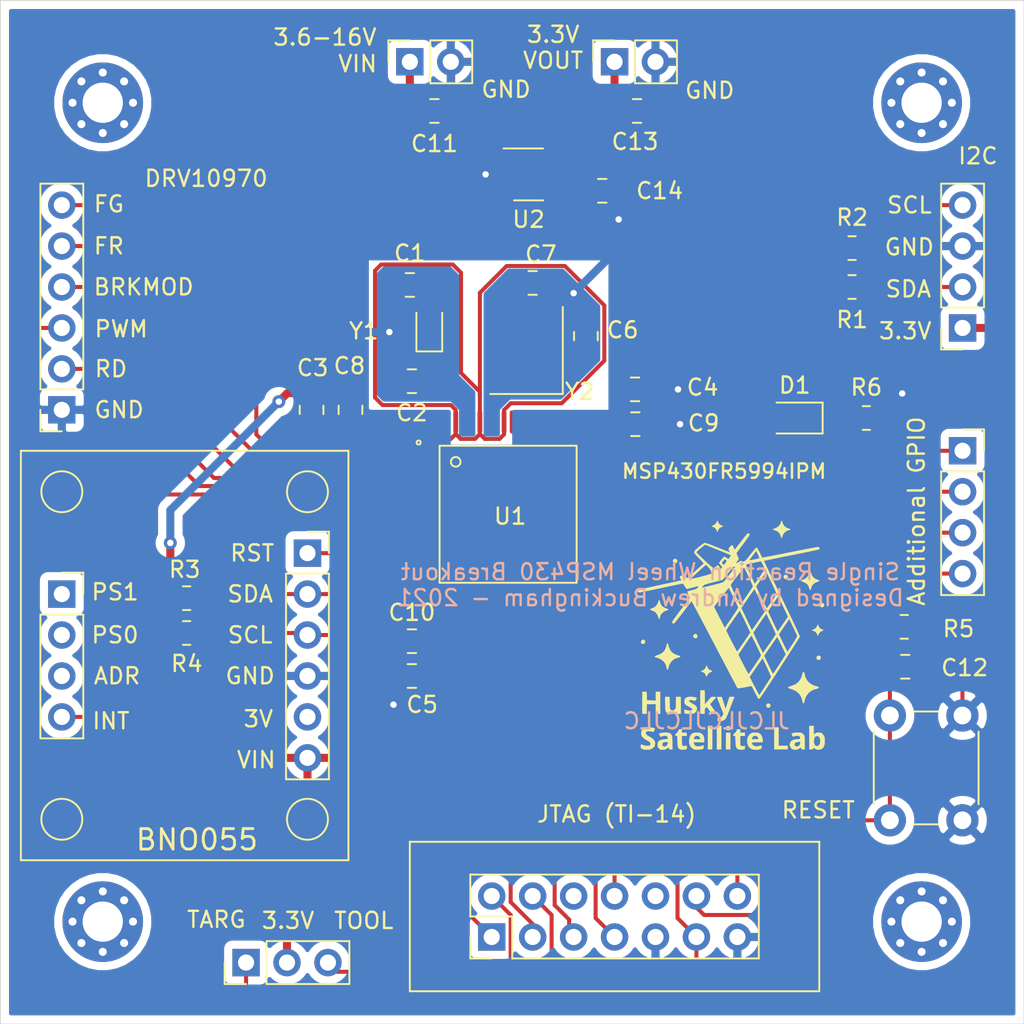
<source format=kicad_pcb>
(kicad_pcb (version 20171130) (host pcbnew "(5.1.8)-1")
  (layers (0 F.Cu signal) (31 B.Cu signal) (34 B.Paste user) (35 F.Paste user) (36 B.SilkS user) (37 F.SilkS user) (38 B.Mask user) (39 F.Mask user) (44 Edge.Cuts user))
  (net 0 "")
  (net 1 GND)
  (net 2 5V)
  (net 3 RST)
  (net 4 "Net-(C14-Pad1)")
  (net 5 "Net-(D1-Pad1)")
  (net 6 LED)
  (net 7 FG)
  (net 8 FR)
  (net 9 BRKMOD)
  (net 10 PWM)
  (net 11 RD)
  (net 12 BNO_RST)
  (net 13 SDA_INT)
  (net 14 SCL_INT)
  (net 15 "Net-(J2-Pad5)")
  (net 16 "Net-(J3-Pad1)")
  (net 17 INT)
  (net 18 "Net-(J3-Pad3)")
  (net 19 VCC_TARGET)
  (net 20 VCC_TOOL)
  (net 21 TDO)
  (net 22 TDI)
  (net 23 TMS)
  (net 24 "Net-(J5-Pad6)")
  (net 25 TCK)
  (net 26 TEST)
  (net 27 UART_CTS)
  (net 28 UART_RXD)
  (net 29 UART_TXD)
  (net 30 SCL_EXT)
  (net 31 SDA_EXT)
  (net 32 "Net-(U1-Pad56)")
  (net 33 "Net-(U1-Pad55)")
  (net 34 "Net-(U1-Pad54)")
  (net 35 "Net-(U1-Pad53)")
  (net 36 "Net-(U1-Pad52)")
  (net 37 "Net-(U1-Pad51)")
  (net 38 "Net-(U1-Pad50)")
  (net 39 "Net-(U1-Pad47)")
  (net 40 "Net-(U1-Pad46)")
  (net 41 "Net-(U1-Pad45)")
  (net 42 "Net-(U1-Pad44)")
  (net 43 "Net-(U1-Pad43)")
  (net 44 "Net-(U1-Pad35)")
  (net 45 "Net-(U1-Pad34)")
  (net 46 "Net-(U1-Pad29)")
  (net 47 "Net-(U1-Pad28)")
  (net 48 "Net-(U1-Pad27)")
  (net 49 "Net-(U1-Pad26)")
  (net 50 "Net-(U1-Pad25)")
  (net 51 "Net-(U1-Pad24)")
  (net 52 "Net-(U1-Pad23)")
  (net 53 "Net-(U1-Pad22)")
  (net 54 "Net-(U1-Pad21)")
  (net 55 "Net-(U1-Pad11)")
  (net 56 "Net-(U1-Pad7)")
  (net 57 "Net-(U1-Pad14)")
  (net 58 "Net-(U1-Pad13)")
  (net 59 "Net-(U1-Pad12)")
  (net 60 LFXIN)
  (net 61 LFXOUT)
  (net 62 AVCC1)
  (net 63 HFXIN)
  (net 64 HFXOUT)
  (net 65 "Net-(J3-Pad2)")
  (net 66 GPIO1)
  (net 67 GPIO2)
  (net 68 GPIO3)
  (net 69 GPIO4)
  (module HS2_parts:logo (layer F.Cu) (at 163.576 94.996)
    (fp_text reference G*** hide)
    (fp_text value LOGO hide)
  )
  (module Capacitor_SMD:C_0805_2012Metric_Pad1.18x1.45mm_HandSolder (layer F.Cu) (at 154.559 76.454 90)
    (fp_text reference C6 (at 0.381 2.286 180) (layer F.SilkS))
    (fp_text value 10p)
    (pad 2 smd roundrect (at 1.0375 0 90) (size 1.175 1.45) (layers F.Cu F.Paste F.Mask) (roundrect_rratio 0.2127659574468085) (net 1 GND))
    (pad 1 smd roundrect (at -1.0375 0 90) (size 1.175 1.45) (layers F.Cu F.Paste F.Mask) (roundrect_rratio 0.2127659574468085) (net 63 HFXIN))
  )
  (module HS2_parts:MSP430FR5994IPM (layer F.Cu) (at 149.733 87.503)
    (fp_text reference U1 (at 0.127 0.127) (layer F.SilkS))
    (fp_text value MSP430FR5994IPM (at 13.3985 -2.667) (layer F.SilkS) (effects (font (size 0.889 0.889))))
    (pad 64 smd oval (at -3.75 -5.725) (size 0.299999 1.45) (layers F.Cu F.Paste F.Mask) (net 62 AVCC1))
    (pad 63 smd oval (at -3.250001 -5.725) (size 0.299999 1.45) (layers F.Cu F.Paste F.Mask) (net 1 GND))
    (pad 62 smd oval (at -2.75 -5.725) (size 0.299999 1.45) (layers F.Cu F.Paste F.Mask) (net 61 LFXOUT))
    (pad 61 smd oval (at -2.250001 -5.725) (size 0.299999 1.45) (layers F.Cu F.Paste F.Mask) (net 60 LFXIN))
    (pad 60 smd oval (at -1.749999 -5.725) (size 0.299999 1.45) (layers F.Cu F.Paste F.Mask) (net 1 GND))
    (pad 59 smd oval (at -1.25 -5.725) (size 0.299999 1.45) (layers F.Cu F.Paste F.Mask) (net 64 HFXOUT))
    (pad 58 smd oval (at -0.750001 -5.725) (size 0.299999 1.45) (layers F.Cu F.Paste F.Mask) (net 63 HFXIN))
    (pad 57 smd oval (at -0.25 -5.725) (size 0.299999 1.45) (layers F.Cu F.Paste F.Mask) (net 1 GND))
    (pad 56 smd oval (at 0.25 -5.725) (size 0.299999 1.45) (layers F.Cu F.Paste F.Mask) (net 32 "Net-(U1-Pad56)"))
    (pad 55 smd oval (at 0.750001 -5.725) (size 0.299999 1.45) (layers F.Cu F.Paste F.Mask) (net 33 "Net-(U1-Pad55)"))
    (pad 54 smd oval (at 1.25 -5.725) (size 0.299999 1.45) (layers F.Cu F.Paste F.Mask) (net 34 "Net-(U1-Pad54)"))
    (pad 53 smd oval (at 1.749999 -5.725) (size 0.299999 1.45) (layers F.Cu F.Paste F.Mask) (net 35 "Net-(U1-Pad53)"))
    (pad 52 smd oval (at 2.250001 -5.725) (size 0.299999 1.45) (layers F.Cu F.Paste F.Mask) (net 36 "Net-(U1-Pad52)"))
    (pad 51 smd oval (at 2.75 -5.725) (size 0.299999 1.45) (layers F.Cu F.Paste F.Mask) (net 37 "Net-(U1-Pad51)"))
    (pad 50 smd oval (at 3.250001 -5.725) (size 0.299999 1.45) (layers F.Cu F.Paste F.Mask) (net 38 "Net-(U1-Pad50)"))
    (pad 49 smd oval (at 3.75 -5.725) (size 0.299999 1.45) (layers F.Cu F.Paste F.Mask) (net 62 AVCC1))
    (pad 48 smd oval (at 5.725 -3.75 90) (size 0.299999 1.45) (layers F.Cu F.Paste F.Mask) (net 1 GND))
    (pad 47 smd oval (at 5.725 -3.250001 90) (size 0.299999 1.45) (layers F.Cu F.Paste F.Mask) (net 39 "Net-(U1-Pad47)"))
    (pad 46 smd oval (at 5.725 -2.75 90) (size 0.299999 1.45) (layers F.Cu F.Paste F.Mask) (net 40 "Net-(U1-Pad46)"))
    (pad 45 smd oval (at 5.725 -2.250001 90) (size 0.299999 1.45) (layers F.Cu F.Paste F.Mask) (net 41 "Net-(U1-Pad45)"))
    (pad 44 smd oval (at 5.725 -1.749999 90) (size 0.299999 1.45) (layers F.Cu F.Paste F.Mask) (net 42 "Net-(U1-Pad44)"))
    (pad 43 smd oval (at 5.725 -1.25 90) (size 0.299999 1.45) (layers F.Cu F.Paste F.Mask) (net 43 "Net-(U1-Pad43)"))
    (pad 42 smd oval (at 5.725 -0.750001 90) (size 0.299999 1.45) (layers F.Cu F.Paste F.Mask) (net 30 SCL_EXT))
    (pad 41 smd oval (at 5.725 -0.25 90) (size 0.299999 1.45) (layers F.Cu F.Paste F.Mask) (net 31 SDA_EXT))
    (pad 40 smd oval (at 5.725 0.25 90) (size 0.299999 1.45) (layers F.Cu F.Paste F.Mask) (net 6 LED))
    (pad 39 smd oval (at 5.725 0.750001 90) (size 0.299999 1.45) (layers F.Cu F.Paste F.Mask) (net 66 GPIO1))
    (pad 38 smd oval (at 5.725 1.25 90) (size 0.299999 1.45) (layers F.Cu F.Paste F.Mask) (net 67 GPIO2))
    (pad 37 smd oval (at 5.725 1.749999 90) (size 0.299999 1.45) (layers F.Cu F.Paste F.Mask) (net 68 GPIO3))
    (pad 36 smd oval (at 5.725 2.250001 90) (size 0.299999 1.45) (layers F.Cu F.Paste F.Mask) (net 69 GPIO4))
    (pad 35 smd oval (at 5.725 2.75 90) (size 0.299999 1.45) (layers F.Cu F.Paste F.Mask) (net 44 "Net-(U1-Pad35)"))
    (pad 34 smd oval (at 5.725 3.250001 90) (size 0.299999 1.45) (layers F.Cu F.Paste F.Mask) (net 45 "Net-(U1-Pad34)"))
    (pad 33 smd oval (at 5.725 3.75 90) (size 0.299999 1.45) (layers F.Cu F.Paste F.Mask) (net 28 UART_RXD))
    (pad 32 smd oval (at 3.75 5.725) (size 0.299999 1.45) (layers F.Cu F.Paste F.Mask) (net 29 UART_TXD))
    (pad 31 smd oval (at 3.250001 5.725) (size 0.299999 1.45) (layers F.Cu F.Paste F.Mask) (net 3 RST))
    (pad 30 smd oval (at 2.75 5.725) (size 0.299999 1.45) (layers F.Cu F.Paste F.Mask) (net 26 TEST))
    (pad 29 smd oval (at 2.250001 5.725) (size 0.299999 1.45) (layers F.Cu F.Paste F.Mask) (net 46 "Net-(U1-Pad29)"))
    (pad 28 smd oval (at 1.749999 5.725) (size 0.299999 1.45) (layers F.Cu F.Paste F.Mask) (net 47 "Net-(U1-Pad28)"))
    (pad 27 smd oval (at 1.25 5.725) (size 0.299999 1.45) (layers F.Cu F.Paste F.Mask) (net 48 "Net-(U1-Pad27)"))
    (pad 26 smd oval (at 0.750001 5.725) (size 0.299999 1.45) (layers F.Cu F.Paste F.Mask) (net 49 "Net-(U1-Pad26)"))
    (pad 25 smd oval (at 0.25 5.725) (size 0.299999 1.45) (layers F.Cu F.Paste F.Mask) (net 50 "Net-(U1-Pad25)"))
    (pad 24 smd oval (at -0.25 5.725) (size 0.299999 1.45) (layers F.Cu F.Paste F.Mask) (net 51 "Net-(U1-Pad24)"))
    (pad 23 smd oval (at -0.750001 5.725) (size 0.299999 1.45) (layers F.Cu F.Paste F.Mask) (net 52 "Net-(U1-Pad23)"))
    (pad 22 smd oval (at -1.25 5.725) (size 0.299999 1.45) (layers F.Cu F.Paste F.Mask) (net 53 "Net-(U1-Pad22)"))
    (pad 21 smd oval (at -1.749999 5.725) (size 0.299999 1.45) (layers F.Cu F.Paste F.Mask) (net 54 "Net-(U1-Pad21)"))
    (pad 20 smd oval (at -2.250001 5.725) (size 0.299999 1.45) (layers F.Cu F.Paste F.Mask) (net 25 TCK))
    (pad 19 smd oval (at -2.75 5.725) (size 0.299999 1.45) (layers F.Cu F.Paste F.Mask) (net 23 TMS))
    (pad 18 smd oval (at -3.250001 5.725) (size 0.299999 1.45) (layers F.Cu F.Paste F.Mask) (net 22 TDI))
    (pad 17 smd oval (at -3.75 5.725) (size 0.299999 1.45) (layers F.Cu F.Paste F.Mask) (net 21 TDO))
    (pad 16 smd oval (at -5.725 3.75 90) (size 0.299999 1.45) (layers F.Cu F.Paste F.Mask) (net 62 AVCC1))
    (pad 15 smd oval (at -5.725 3.250001 90) (size 0.299999 1.45) (layers F.Cu F.Paste F.Mask) (net 1 GND))
    (pad 14 smd oval (at -5.725 2.75 90) (size 0.299999 1.45) (layers F.Cu F.Paste F.Mask) (net 57 "Net-(U1-Pad14)"))
    (pad 13 smd oval (at -5.725 2.250001 90) (size 0.299999 1.45) (layers F.Cu F.Paste F.Mask) (net 58 "Net-(U1-Pad13)"))
    (pad 12 smd oval (at -5.725 1.749999 90) (size 0.299999 1.45) (layers F.Cu F.Paste F.Mask) (net 59 "Net-(U1-Pad12)"))
    (pad 11 smd oval (at -5.725 1.25 90) (size 0.299999 1.45) (layers F.Cu F.Paste F.Mask) (net 55 "Net-(U1-Pad11)"))
    (pad 10 smd oval (at -5.725 0.750001 90) (size 0.299999 1.45) (layers F.Cu F.Paste F.Mask) (net 14 SCL_INT))
    (pad 9 smd oval (at -5.725 0.25 90) (size 0.299999 1.45) (layers F.Cu F.Paste F.Mask) (net 13 SDA_INT))
    (pad 8 smd oval (at -5.725 -0.25 90) (size 0.299999 1.45) (layers F.Cu F.Paste F.Mask) (net 12 BNO_RST))
    (pad 7 smd oval (at -5.725 -0.750001 90) (size 0.299999 1.45) (layers F.Cu F.Paste F.Mask) (net 56 "Net-(U1-Pad7)"))
    (pad 6 smd oval (at -5.725 -1.25 90) (size 0.299999 1.45) (layers F.Cu F.Paste F.Mask) (net 17 INT))
    (pad 5 smd oval (at -5.725 -1.749999 90) (size 0.299999 1.45) (layers F.Cu F.Paste F.Mask) (net 11 RD))
    (pad 4 smd oval (at -5.725 -2.250001 90) (size 0.299999 1.45) (layers F.Cu F.Paste F.Mask) (net 9 BRKMOD))
    (pad 3 smd oval (at -5.725 -2.75 90) (size 0.299999 1.45) (layers F.Cu F.Paste F.Mask) (net 8 FR))
    (pad 2 smd oval (at -5.725 -3.250001 90) (size 0.299999 1.45) (layers F.Cu F.Paste F.Mask) (net 7 FG))
    (pad 1 smd oval (at -5.725 -3.75 90) (size 0.299999 1.45) (layers F.Cu F.Paste F.Mask) (net 10 PWM))
  )
  (module Capacitor_SMD:C_0805_2012Metric_Pad1.18x1.45mm_HandSolder (layer F.Cu) (at 143.637 73.279)
    (fp_text reference C1 (at 0 -1.9685 180) (layer F.SilkS))
    (fp_text value 10p)
    (pad 1 smd roundrect (at -1.0375 0) (size 1.175 1.45) (layers F.Cu F.Paste F.Mask) (roundrect_rratio 0.2127659574468085) (net 1 GND))
    (pad 2 smd roundrect (at 1.0375 0) (size 1.175 1.45) (layers F.Cu F.Paste F.Mask) (roundrect_rratio 0.2127659574468085) (net 60 LFXIN))
  )
  (module Capacitor_SMD:C_0805_2012Metric_Pad1.18x1.45mm_HandSolder (layer F.Cu) (at 143.764 79.248)
    (fp_text reference C2 (at 0 1.9685 180) (layer F.SilkS))
    (fp_text value 10p)
    (pad 2 smd roundrect (at 1.0375 0) (size 1.175 1.45) (layers F.Cu F.Paste F.Mask) (roundrect_rratio 0.2127659574468085) (net 61 LFXOUT))
    (pad 1 smd roundrect (at -1.0375 0) (size 1.175 1.45) (layers F.Cu F.Paste F.Mask) (roundrect_rratio 0.2127659574468085) (net 1 GND))
  )
  (module Capacitor_SMD:C_0805_2012Metric_Pad1.18x1.45mm_HandSolder (layer F.Cu) (at 137.541 81.026 90)
    (fp_text reference C3 (at 2.6035 0.0635) (layer F.SilkS))
    (fp_text value 1u)
    (pad 2 smd roundrect (at 1.0375 0 90) (size 1.175 1.45) (layers F.Cu F.Paste F.Mask) (roundrect_rratio 0.2127659574468085) (net 62 AVCC1))
    (pad 1 smd roundrect (at -1.0375 0 90) (size 1.175 1.45) (layers F.Cu F.Paste F.Mask) (roundrect_rratio 0.2127659574468085) (net 1 GND))
  )
  (module Capacitor_SMD:C_0805_2012Metric_Pad1.18x1.45mm_HandSolder (layer F.Cu) (at 157.607 79.756 180)
    (fp_text reference C4 (at -4.191 0.127) (layer F.SilkS))
    (fp_text value 1u)
    (pad 2 smd roundrect (at 1.0375 0 180) (size 1.175 1.45) (layers F.Cu F.Paste F.Mask) (roundrect_rratio 0.2127659574468085) (net 62 AVCC1))
    (pad 1 smd roundrect (at -1.0375 0 180) (size 1.175 1.45) (layers F.Cu F.Paste F.Mask) (roundrect_rratio 0.2127659574468085) (net 1 GND))
  )
  (module Capacitor_SMD:C_0805_2012Metric_Pad1.18x1.45mm_HandSolder (layer F.Cu) (at 143.764 97.536)
    (fp_text reference C5 (at 0.635 1.778) (layer F.SilkS))
    (fp_text value 1u)
    (pad 2 smd roundrect (at 1.0375 0) (size 1.175 1.45) (layers F.Cu F.Paste F.Mask) (roundrect_rratio 0.2127659574468085) (net 62 AVCC1))
    (pad 1 smd roundrect (at -1.0375 0) (size 1.175 1.45) (layers F.Cu F.Paste F.Mask) (roundrect_rratio 0.2127659574468085) (net 1 GND))
  )
  (module Capacitor_SMD:C_0805_2012Metric_Pad1.18x1.45mm_HandSolder (layer F.Cu) (at 151.257 73.152)
    (fp_text reference C7 (at 0.508 -1.778) (layer F.SilkS))
    (fp_text value 10p)
    (pad 1 smd roundrect (at -1.0375 0) (size 1.175 1.45) (layers F.Cu F.Paste F.Mask) (roundrect_rratio 0.2127659574468085) (net 64 HFXOUT))
    (pad 2 smd roundrect (at 1.0375 0) (size 1.175 1.45) (layers F.Cu F.Paste F.Mask) (roundrect_rratio 0.2127659574468085) (net 1 GND))
  )
  (module Capacitor_SMD:C_0805_2012Metric_Pad1.18x1.45mm_HandSolder (layer F.Cu) (at 139.954 81.026 90)
    (fp_text reference C8 (at 2.7305 -0.0635) (layer F.SilkS))
    (fp_text value 100n)
    (pad 1 smd roundrect (at -1.0375 0 90) (size 1.175 1.45) (layers F.Cu F.Paste F.Mask) (roundrect_rratio 0.2127659574468085) (net 1 GND))
    (pad 2 smd roundrect (at 1.0375 0 90) (size 1.175 1.45) (layers F.Cu F.Paste F.Mask) (roundrect_rratio 0.2127659574468085) (net 62 AVCC1))
  )
  (module Capacitor_SMD:C_0805_2012Metric_Pad1.18x1.45mm_HandSolder (layer F.Cu) (at 157.6285 81.915 180)
    (fp_text reference C9 (at -4.233 0.0635) (layer F.SilkS))
    (fp_text value 100n)
    (pad 1 smd roundrect (at -1.0375 0 180) (size 1.175 1.45) (layers F.Cu F.Paste F.Mask) (roundrect_rratio 0.2127659574468085) (net 1 GND))
    (pad 2 smd roundrect (at 1.0375 0 180) (size 1.175 1.45) (layers F.Cu F.Paste F.Mask) (roundrect_rratio 0.2127659574468085) (net 62 AVCC1))
  )
  (module Capacitor_SMD:C_0805_2012Metric_Pad1.18x1.45mm_HandSolder (layer F.Cu) (at 143.764 95.377)
    (fp_text reference C10 (at 0 -1.778) (layer F.SilkS))
    (fp_text value 100n)
    (pad 1 smd roundrect (at -1.0375 0) (size 1.175 1.45) (layers F.Cu F.Paste F.Mask) (roundrect_rratio 0.2127659574468085) (net 1 GND))
    (pad 2 smd roundrect (at 1.0375 0) (size 1.175 1.45) (layers F.Cu F.Paste F.Mask) (roundrect_rratio 0.2127659574468085) (net 62 AVCC1))
  )
  (module Capacitor_SMD:C_0805_2012Metric_Pad1.18x1.45mm_HandSolder (layer F.Cu) (at 145.161 62.484)
    (fp_text reference C11 (at 0 2.032) (layer F.SilkS))
    (fp_text value 4.7u)
    (pad 2 smd roundrect (at 1.0375 0) (size 1.175 1.45) (layers F.Cu F.Paste F.Mask) (roundrect_rratio 0.2127659574468085) (net 1 GND))
    (pad 1 smd roundrect (at -1.0375 0) (size 1.175 1.45) (layers F.Cu F.Paste F.Mask) (roundrect_rratio 0.2127659574468085) (net 2 5V))
  )
  (module Capacitor_SMD:C_0805_2012Metric_Pad1.18x1.45mm_HandSolder (layer F.Cu) (at 174.371 96.9645)
    (fp_text reference C12 (at 3.683 0.0635) (layer F.SilkS))
    (fp_text value 1n)
    (pad 1 smd roundrect (at -1.0375 0) (size 1.175 1.45) (layers F.Cu F.Paste F.Mask) (roundrect_rratio 0.2127659574468085) (net 3 RST))
    (pad 2 smd roundrect (at 1.0375 0) (size 1.175 1.45) (layers F.Cu F.Paste F.Mask) (roundrect_rratio 0.2127659574468085) (net 1 GND))
  )
  (module Capacitor_SMD:C_0805_2012Metric_Pad1.18x1.45mm_HandSolder (layer F.Cu) (at 157.734 62.484)
    (fp_text reference C13 (at -0.127 1.905) (layer F.SilkS))
    (fp_text value 4.7u)
    (pad 1 smd roundrect (at -1.0375 0) (size 1.175 1.45) (layers F.Cu F.Paste F.Mask) (roundrect_rratio 0.2127659574468085) (net 62 AVCC1))
    (pad 2 smd roundrect (at 1.0375 0) (size 1.175 1.45) (layers F.Cu F.Paste F.Mask) (roundrect_rratio 0.2127659574468085) (net 1 GND))
  )
  (module Capacitor_SMD:C_0805_2012Metric_Pad1.18x1.45mm_HandSolder (layer F.Cu) (at 155.575 67.437)
    (fp_text reference C14 (at 3.556 0) (layer F.SilkS))
    (fp_text value 0.01u)
    (pad 2 smd roundrect (at 1.0375 0) (size 1.175 1.45) (layers F.Cu F.Paste F.Mask) (roundrect_rratio 0.2127659574468085) (net 1 GND))
    (pad 1 smd roundrect (at -1.0375 0) (size 1.175 1.45) (layers F.Cu F.Paste F.Mask) (roundrect_rratio 0.2127659574468085) (net 4 "Net-(C14-Pad1)"))
  )
  (module Connector_PinSocket_2.54mm:PinSocket_1x06_P2.54mm_Vertical (layer F.Cu) (at 122.047 81.026 180)
    (fp_text reference J1)
    (fp_text value Conn_DRV)
    (pad 6 thru_hole oval (at 0 12.7 180) (size 1.7 1.7) (drill 1) (layers *.Cu *.Mask) (net 7 FG))
    (pad 5 thru_hole oval (at 0 10.16 180) (size 1.7 1.7) (drill 1) (layers *.Cu *.Mask) (net 8 FR))
    (pad 4 thru_hole oval (at 0 7.62 180) (size 1.7 1.7) (drill 1) (layers *.Cu *.Mask) (net 9 BRKMOD))
    (pad 3 thru_hole oval (at 0 5.08 180) (size 1.7 1.7) (drill 1) (layers *.Cu *.Mask) (net 10 PWM))
    (pad 2 thru_hole oval (at 0 2.54 180) (size 1.7 1.7) (drill 1) (layers *.Cu *.Mask) (net 11 RD))
    (pad 1 thru_hole rect (at 0 0 180) (size 1.7 1.7) (drill 1) (layers *.Cu *.Mask) (net 1 GND))
  )
  (module Connector_PinSocket_2.54mm:PinSocket_1x06_P2.54mm_Vertical (layer F.Cu) (at 137.287 89.916)
    (fp_text reference J2)
    (fp_text value Conn_BNO_6)
    (pad 1 thru_hole rect (at 0 0) (size 1.7 1.7) (drill 1) (layers *.Cu *.Mask) (net 12 BNO_RST))
    (pad 2 thru_hole oval (at 0 2.54) (size 1.7 1.7) (drill 1) (layers *.Cu *.Mask) (net 13 SDA_INT))
    (pad 3 thru_hole oval (at 0 5.08) (size 1.7 1.7) (drill 1) (layers *.Cu *.Mask) (net 14 SCL_INT))
    (pad 4 thru_hole oval (at 0 7.62) (size 1.7 1.7) (drill 1) (layers *.Cu *.Mask) (net 1 GND))
    (pad 5 thru_hole oval (at 0 10.16) (size 1.7 1.7) (drill 1) (layers *.Cu *.Mask) (net 15 "Net-(J2-Pad5)"))
    (pad 6 thru_hole oval (at 0 12.7) (size 1.7 1.7) (drill 1) (layers *.Cu *.Mask) (net 62 AVCC1))
  )
  (module Connector_PinSocket_2.54mm:PinSocket_1x04_P2.54mm_Vertical (layer F.Cu) (at 122.047 92.456)
    (fp_text reference J3)
    (fp_text value Conn_BNO_4)
    (pad 1 thru_hole rect (at 0 0) (size 1.7 1.7) (drill 1) (layers *.Cu *.Mask) (net 16 "Net-(J3-Pad1)"))
    (pad 2 thru_hole oval (at 0 2.54) (size 1.7 1.7) (drill 1) (layers *.Cu *.Mask) (net 65 "Net-(J3-Pad2)"))
    (pad 3 thru_hole oval (at 0 5.08) (size 1.7 1.7) (drill 1) (layers *.Cu *.Mask) (net 18 "Net-(J3-Pad3)"))
    (pad 4 thru_hole oval (at 0 7.62) (size 1.7 1.7) (drill 1) (layers *.Cu *.Mask) (net 17 INT))
  )
  (module Connector_PinHeader_2.54mm:PinHeader_1x03_P2.54mm_Vertical (layer F.Cu) (at 133.477 115.316 90)
    (fp_text reference J4)
    (fp_text value Conn_Jumper)
    (pad 1 thru_hole rect (at 0 0 90) (size 1.7 1.7) (drill 1) (layers *.Cu *.Mask) (net 19 VCC_TARGET))
    (pad 2 thru_hole oval (at 0 2.54 90) (size 1.7 1.7) (drill 1) (layers *.Cu *.Mask) (net 62 AVCC1))
    (pad 3 thru_hole oval (at 0 5.08 90) (size 1.7 1.7) (drill 1) (layers *.Cu *.Mask) (net 20 VCC_TOOL))
  )
  (module Connector_PinHeader_2.54mm:PinHeader_2x07_P2.54mm_Vertical (layer F.Cu) (at 148.717 113.7285 90)
    (fp_text reference J5)
    (fp_text value Conn_JTAG)
    (pad 1 thru_hole rect (at 0 0 90) (size 1.7 1.7) (drill 1) (layers *.Cu *.Mask) (net 21 TDO))
    (pad 2 thru_hole oval (at 2.54 0 90) (size 1.7 1.7) (drill 1) (layers *.Cu *.Mask) (net 20 VCC_TOOL))
    (pad 3 thru_hole oval (at 0 2.54 90) (size 1.7 1.7) (drill 1) (layers *.Cu *.Mask) (net 22 TDI))
    (pad 4 thru_hole oval (at 2.54 2.54 90) (size 1.7 1.7) (drill 1) (layers *.Cu *.Mask) (net 19 VCC_TARGET))
    (pad 5 thru_hole oval (at 0 5.08 90) (size 1.7 1.7) (drill 1) (layers *.Cu *.Mask) (net 23 TMS))
    (pad 6 thru_hole oval (at 2.54 5.08 90) (size 1.7 1.7) (drill 1) (layers *.Cu *.Mask) (net 24 "Net-(J5-Pad6)"))
    (pad 7 thru_hole oval (at 0 7.62 90) (size 1.7 1.7) (drill 1) (layers *.Cu *.Mask) (net 25 TCK))
    (pad 8 thru_hole oval (at 2.54 7.62 90) (size 1.7 1.7) (drill 1) (layers *.Cu *.Mask) (net 26 TEST))
    (pad 9 thru_hole oval (at 0 10.16 90) (size 1.7 1.7) (drill 1) (layers *.Cu *.Mask) (net 1 GND))
    (pad 10 thru_hole oval (at 2.54 10.16 90) (size 1.7 1.7) (drill 1) (layers *.Cu *.Mask) (net 27 UART_CTS))
    (pad 11 thru_hole oval (at 0 12.7 90) (size 1.7 1.7) (drill 1) (layers *.Cu *.Mask) (net 3 RST))
    (pad 12 thru_hole oval (at 2.54 12.7 90) (size 1.7 1.7) (drill 1) (layers *.Cu *.Mask) (net 28 UART_RXD))
    (pad 13 thru_hole oval (at 0 15.24 90) (size 1.7 1.7) (drill 1) (layers *.Cu *.Mask) (net 1 GND))
    (pad 14 thru_hole oval (at 2.54 15.24 90) (size 1.7 1.7) (drill 1) (layers *.Cu *.Mask) (net 29 UART_TXD))
  )
  (module Connector_PinSocket_2.54mm:PinSocket_1x02_P2.54mm_Vertical (layer F.Cu) (at 143.637 59.436 90)
    (fp_text reference J6)
    (fp_text value Conn_5V)
    (pad 1 thru_hole rect (at 0 0 90) (size 1.7 1.7) (drill 1) (layers *.Cu *.Mask) (net 2 5V))
    (pad 2 thru_hole oval (at 0 2.54 90) (size 1.7 1.7) (drill 1) (layers *.Cu *.Mask) (net 1 GND))
  )
  (module Resistor_SMD:R_0805_2012Metric_Pad1.20x1.40mm_HandSolder (layer F.Cu) (at 171.069 73.406)
    (fp_text reference R1 (at 0 2.032) (layer F.SilkS))
    (fp_text value 10k)
    (pad 1 smd roundrect (at -1 0) (size 1.2 1.4) (layers F.Cu F.Paste F.Mask) (roundrect_rratio 0.2083325) (net 62 AVCC1))
    (pad 2 smd roundrect (at 1 0) (size 1.2 1.4) (layers F.Cu F.Paste F.Mask) (roundrect_rratio 0.2083325) (net 31 SDA_EXT))
  )
  (module Resistor_SMD:R_0805_2012Metric_Pad1.20x1.40mm_HandSolder (layer F.Cu) (at 171.069 70.993)
    (fp_text reference R2 (at 0 -1.905) (layer F.SilkS))
    (fp_text value 10k)
    (pad 2 smd roundrect (at 1 0) (size 1.2 1.4) (layers F.Cu F.Paste F.Mask) (roundrect_rratio 0.2083325) (net 30 SCL_EXT))
    (pad 1 smd roundrect (at -1 0) (size 1.2 1.4) (layers F.Cu F.Paste F.Mask) (roundrect_rratio 0.2083325) (net 62 AVCC1))
  )
  (module Resistor_SMD:R_0805_2012Metric_Pad1.20x1.40mm_HandSolder (layer F.Cu) (at 129.794 92.71)
    (fp_text reference R3 (at -0.127 -1.778) (layer F.SilkS))
    (fp_text value 10k)
    (pad 2 smd roundrect (at 1 0) (size 1.2 1.4) (layers F.Cu F.Paste F.Mask) (roundrect_rratio 0.2083325) (net 13 SDA_INT))
    (pad 1 smd roundrect (at -1 0) (size 1.2 1.4) (layers F.Cu F.Paste F.Mask) (roundrect_rratio 0.2083325) (net 62 AVCC1))
  )
  (module Resistor_SMD:R_0805_2012Metric_Pad1.20x1.40mm_HandSolder (layer F.Cu) (at 129.794 94.869)
    (fp_text reference R4 (at 0 1.905) (layer F.SilkS))
    (fp_text value 10k)
    (pad 1 smd roundrect (at -1 0) (size 1.2 1.4) (layers F.Cu F.Paste F.Mask) (roundrect_rratio 0.2083325) (net 62 AVCC1))
    (pad 2 smd roundrect (at 1 0) (size 1.2 1.4) (layers F.Cu F.Paste F.Mask) (roundrect_rratio 0.2083325) (net 14 SCL_INT))
  )
  (module Resistor_SMD:R_0805_2012Metric_Pad1.20x1.40mm_HandSolder (layer F.Cu) (at 174.3075 94.488 180)
    (fp_text reference R5 (at -3.3655 -0.127) (layer F.SilkS))
    (fp_text value 47k)
    (pad 1 smd roundrect (at -1 0 180) (size 1.2 1.4) (layers F.Cu F.Paste F.Mask) (roundrect_rratio 0.2083325) (net 62 AVCC1))
    (pad 2 smd roundrect (at 1 0 180) (size 1.2 1.4) (layers F.Cu F.Paste F.Mask) (roundrect_rratio 0.2083325) (net 3 RST))
  )
  (module Resistor_SMD:R_0805_2012Metric_Pad1.20x1.40mm_HandSolder (layer F.Cu) (at 171.958 81.534)
    (fp_text reference R6 (at 0 -1.905) (layer F.SilkS))
    (fp_text value 470)
    (pad 2 smd roundrect (at 1 0) (size 1.2 1.4) (layers F.Cu F.Paste F.Mask) (roundrect_rratio 0.2083325) (net 1 GND))
    (pad 1 smd roundrect (at -1 0) (size 1.2 1.4) (layers F.Cu F.Paste F.Mask) (roundrect_rratio 0.2083325) (net 5 "Net-(D1-Pad1)"))
  )
  (module Button_Switch_THT:SW_PUSH_6mm_H5mm (layer F.Cu) (at 173.4185 106.4895 90)
    (fp_text reference SW1)
    (fp_text value SW_RESET)
    (pad 2 thru_hole circle (at 0 4.5 180) (size 2 2) (drill 1.1) (layers *.Cu *.Mask) (net 1 GND))
    (pad 1 thru_hole circle (at 0 0 180) (size 2 2) (drill 1.1) (layers *.Cu *.Mask) (net 3 RST))
    (pad 2 thru_hole circle (at 6.5 4.5 180) (size 2 2) (drill 1.1) (layers *.Cu *.Mask) (net 1 GND))
    (pad 1 thru_hole circle (at 6.5 0 180) (size 2 2) (drill 1.1) (layers *.Cu *.Mask) (net 3 RST))
  )
  (module Package_TO_SOT_SMD:SOT-23-5 (layer F.Cu) (at 151.003 66.421)
    (fp_text reference U2 (at 0 2.794) (layer F.SilkS))
    (fp_text value LP2985-3.3)
    (pad 1 smd rect (at -1.1 -0.95) (size 1.06 0.65) (layers F.Cu F.Paste F.Mask) (net 2 5V))
    (pad 2 smd rect (at -1.1 0) (size 1.06 0.65) (layers F.Cu F.Paste F.Mask) (net 1 GND))
    (pad 3 smd rect (at -1.1 0.95) (size 1.06 0.65) (layers F.Cu F.Paste F.Mask) (net 2 5V))
    (pad 4 smd rect (at 1.1 0.95) (size 1.06 0.65) (layers F.Cu F.Paste F.Mask) (net 4 "Net-(C14-Pad1)"))
    (pad 5 smd rect (at 1.1 -0.95) (size 1.06 0.65) (layers F.Cu F.Paste F.Mask) (net 62 AVCC1))
  )
  (module Crystal:Crystal_SMD_3225-4Pin_3.2x2.5mm_HandSoldering (layer F.Cu) (at 150.876 77.343 90)
    (fp_text reference Y2 (at -2.54 3.302 180) (layer F.SilkS))
    (fp_text value 16M)
    (pad 1 smd rect (at -1.45 1.15 90) (size 2.1 1.8) (layers F.Cu F.Paste F.Mask) (net 63 HFXIN))
    (pad 2 smd rect (at 1.45 1.15 90) (size 2.1 1.8) (layers F.Cu F.Paste F.Mask) (net 1 GND))
    (pad 3 smd rect (at 1.45 -1.15 90) (size 2.1 1.8) (layers F.Cu F.Paste F.Mask) (net 64 HFXOUT))
    (pad 4 smd rect (at -1.45 -1.15 90) (size 2.1 1.8) (layers F.Cu F.Paste F.Mask) (net 1 GND))
  )
  (module LED_SMD:LED_0805_2012Metric_Pad1.15x1.40mm_HandSolder (layer F.Cu) (at 167.386 81.534 180)
    (fp_text reference D1 (at -0.127 2.032) (layer F.SilkS))
    (fp_text value LED)
    (pad 1 smd roundrect (at -1.025 0 180) (size 1.15 1.4) (layers F.Cu F.Paste F.Mask) (roundrect_rratio 0.2173904347826087) (net 5 "Net-(D1-Pad1)"))
    (pad 2 smd roundrect (at 1.025 0 180) (size 1.15 1.4) (layers F.Cu F.Paste F.Mask) (roundrect_rratio 0.2173904347826087) (net 6 LED))
  )
  (module Connector_PinSocket_2.54mm:PinSocket_1x02_P2.54mm_Vertical (layer F.Cu) (at 156.337 59.436 90)
    (fp_text reference J8)
    (fp_text value Conn_3.3V)
    (pad 1 thru_hole rect (at 0 0 90) (size 1.7 1.7) (drill 1) (layers *.Cu *.Mask) (net 62 AVCC1))
    (pad 2 thru_hole oval (at 0 2.54 90) (size 1.7 1.7) (drill 1) (layers *.Cu *.Mask) (net 1 GND))
  )
  (module MountingHole:MountingHole_2.5mm_Pad_Via (layer F.Cu) (at 124.587 61.976)
    (fp_text reference H1)
    (fp_text value MountingHole)
    (pad 1 thru_hole circle (at 1.325825 -1.325825) (size 0.8 0.8) (drill 0.5) (layers *.Cu *.Mask))
    (pad 1 thru_hole circle (at 0 -1.875) (size 0.8 0.8) (drill 0.5) (layers *.Cu *.Mask))
    (pad 1 thru_hole circle (at -1.325825 -1.325825) (size 0.8 0.8) (drill 0.5) (layers *.Cu *.Mask))
    (pad 1 thru_hole circle (at -1.875 0) (size 0.8 0.8) (drill 0.5) (layers *.Cu *.Mask))
    (pad 1 thru_hole circle (at -1.325825 1.325825) (size 0.8 0.8) (drill 0.5) (layers *.Cu *.Mask))
    (pad 1 thru_hole circle (at 0 1.875) (size 0.8 0.8) (drill 0.5) (layers *.Cu *.Mask))
    (pad 1 thru_hole circle (at 1.325825 1.325825) (size 0.8 0.8) (drill 0.5) (layers *.Cu *.Mask))
    (pad 1 thru_hole circle (at 1.875 0) (size 0.8 0.8) (drill 0.5) (layers *.Cu *.Mask))
    (pad 1 thru_hole circle (at 0 0) (size 5 5) (drill 2.5) (layers *.Cu *.Mask))
  )
  (module MountingHole:MountingHole_2.5mm_Pad_Via (layer F.Cu) (at 124.587 112.776)
    (fp_text reference H2)
    (fp_text value MountingHole)
    (pad 1 thru_hole circle (at 0 0) (size 5 5) (drill 2.5) (layers *.Cu *.Mask))
    (pad 1 thru_hole circle (at 1.875 0) (size 0.8 0.8) (drill 0.5) (layers *.Cu *.Mask))
    (pad 1 thru_hole circle (at 1.325825 1.325825) (size 0.8 0.8) (drill 0.5) (layers *.Cu *.Mask))
    (pad 1 thru_hole circle (at 0 1.875) (size 0.8 0.8) (drill 0.5) (layers *.Cu *.Mask))
    (pad 1 thru_hole circle (at -1.325825 1.325825) (size 0.8 0.8) (drill 0.5) (layers *.Cu *.Mask))
    (pad 1 thru_hole circle (at -1.875 0) (size 0.8 0.8) (drill 0.5) (layers *.Cu *.Mask))
    (pad 1 thru_hole circle (at -1.325825 -1.325825) (size 0.8 0.8) (drill 0.5) (layers *.Cu *.Mask))
    (pad 1 thru_hole circle (at 0 -1.875) (size 0.8 0.8) (drill 0.5) (layers *.Cu *.Mask))
    (pad 1 thru_hole circle (at 1.325825 -1.325825) (size 0.8 0.8) (drill 0.5) (layers *.Cu *.Mask))
  )
  (module MountingHole:MountingHole_2.5mm_Pad_Via (layer F.Cu) (at 175.387 61.976)
    (fp_text reference H3)
    (fp_text value MountingHole)
    (pad 1 thru_hole circle (at 1.325825 -1.325825) (size 0.8 0.8) (drill 0.5) (layers *.Cu *.Mask))
    (pad 1 thru_hole circle (at 0 -1.875) (size 0.8 0.8) (drill 0.5) (layers *.Cu *.Mask))
    (pad 1 thru_hole circle (at -1.325825 -1.325825) (size 0.8 0.8) (drill 0.5) (layers *.Cu *.Mask))
    (pad 1 thru_hole circle (at -1.875 0) (size 0.8 0.8) (drill 0.5) (layers *.Cu *.Mask))
    (pad 1 thru_hole circle (at -1.325825 1.325825) (size 0.8 0.8) (drill 0.5) (layers *.Cu *.Mask))
    (pad 1 thru_hole circle (at 0 1.875) (size 0.8 0.8) (drill 0.5) (layers *.Cu *.Mask))
    (pad 1 thru_hole circle (at 1.325825 1.325825) (size 0.8 0.8) (drill 0.5) (layers *.Cu *.Mask))
    (pad 1 thru_hole circle (at 1.875 0) (size 0.8 0.8) (drill 0.5) (layers *.Cu *.Mask))
    (pad 1 thru_hole circle (at 0 0) (size 5 5) (drill 2.5) (layers *.Cu *.Mask))
  )
  (module MountingHole:MountingHole_2.5mm_Pad_Via (layer F.Cu) (at 175.387 112.776)
    (fp_text reference H4)
    (fp_text value MountingHole)
    (pad 1 thru_hole circle (at 0 0) (size 5 5) (drill 2.5) (layers *.Cu *.Mask))
    (pad 1 thru_hole circle (at 1.875 0) (size 0.8 0.8) (drill 0.5) (layers *.Cu *.Mask))
    (pad 1 thru_hole circle (at 1.325825 1.325825) (size 0.8 0.8) (drill 0.5) (layers *.Cu *.Mask))
    (pad 1 thru_hole circle (at 0 1.875) (size 0.8 0.8) (drill 0.5) (layers *.Cu *.Mask))
    (pad 1 thru_hole circle (at -1.325825 1.325825) (size 0.8 0.8) (drill 0.5) (layers *.Cu *.Mask))
    (pad 1 thru_hole circle (at -1.875 0) (size 0.8 0.8) (drill 0.5) (layers *.Cu *.Mask))
    (pad 1 thru_hole circle (at -1.325825 -1.325825) (size 0.8 0.8) (drill 0.5) (layers *.Cu *.Mask))
    (pad 1 thru_hole circle (at 0 -1.875) (size 0.8 0.8) (drill 0.5) (layers *.Cu *.Mask))
    (pad 1 thru_hole circle (at 1.325825 -1.325825) (size 0.8 0.8) (drill 0.5) (layers *.Cu *.Mask))
  )
  (module Connector_PinSocket_2.54mm:PinSocket_1x04_P2.54mm_Vertical (layer F.Cu) (at 177.927 75.946 180)
    (fp_text reference J7)
    (fp_text value Conn_I2C)
    (pad 4 thru_hole oval (at 0 7.62 180) (size 1.7 1.7) (drill 1) (layers *.Cu *.Mask) (net 30 SCL_EXT))
    (pad 3 thru_hole oval (at 0 5.08 180) (size 1.7 1.7) (drill 1) (layers *.Cu *.Mask) (net 1 GND))
    (pad 2 thru_hole oval (at 0 2.54 180) (size 1.7 1.7) (drill 1) (layers *.Cu *.Mask) (net 31 SDA_EXT))
    (pad 1 thru_hole rect (at 0 0 180) (size 1.7 1.7) (drill 1) (layers *.Cu *.Mask) (net 62 AVCC1))
  )
  (module Connector_PinSocket_2.54mm:PinSocket_1x04_P2.54mm_Vertical (layer F.Cu) (at 177.927 83.566)
    (fp_text reference J9)
    (fp_text value Conn_GPIO)
    (pad 1 thru_hole rect (at 0 0) (size 1.7 1.7) (drill 1) (layers *.Cu *.Mask) (net 66 GPIO1))
    (pad 2 thru_hole oval (at 0 2.54) (size 1.7 1.7) (drill 1) (layers *.Cu *.Mask) (net 67 GPIO2))
    (pad 3 thru_hole oval (at 0 5.08) (size 1.7 1.7) (drill 1) (layers *.Cu *.Mask) (net 68 GPIO3))
    (pad 4 thru_hole oval (at 0 7.62) (size 1.7 1.7) (drill 1) (layers *.Cu *.Mask) (net 69 GPIO4))
  )
  (module Crystal:Crystal_SMD_2012-2Pin_2.0x1.2mm (layer F.Cu) (at 144.8435 76.2 90)
    (fp_text reference Y1 (at 0.0635 -4.064 180) (layer F.SilkS))
    (fp_text value 32k)
    (pad 1 smd rect (at -0.7 0 90) (size 0.6 1.1) (layers F.Cu F.Paste F.Mask) (net 61 LFXOUT))
    (pad 2 smd rect (at 0.7 0 90) (size 0.6 1.1) (layers F.Cu F.Paste F.Mask) (net 60 LFXIN))
  )
  (gr_text JLCJLCJLCJLC (at 162.052 100.33) (layer B.SilkS) (effects (font (size 1 1)) (justify mirror)))
  (gr_line (start 143.637 117.094) (end 143.637 107.823) (layer F.SilkS) (width 0.12))
  (gr_line (start 169.037 117.094) (end 143.637 117.094) (layer F.SilkS) (width 0.12))
  (gr_line (start 169.037 107.823) (end 169.037 117.094) (layer F.SilkS) (width 0.12))
  (gr_line (start 143.637 107.823) (end 169.037 107.823) (layer F.SilkS) (width 0.12))
  (gr_circle (center 122.047 86.106) (end 123.317 86.106) (layer F.SilkS) (width 0.12))
  (gr_circle (center 137.287 86.106) (end 138.557 86.106) (layer F.SilkS) (width 0.12))
  (gr_circle (center 137.287 106.426) (end 138.557 106.426) (layer F.SilkS) (width 0.12))
  (gr_circle (center 122.047 106.426) (end 123.317 106.426) (layer F.SilkS) (width 0.12))
  (gr_text RESET (at 168.9735 105.8545) (layer F.SilkS) (effects (font (size 1 1))))
  (gr_text "JTAG (TI-14)" (at 156.464 106.1085) (layer F.SilkS) (effects (font (size 1 1))))
  (gr_text 3.3V (at 136.0805 112.7125) (layer F.SilkS) (effects (font (size 1 1))))
  (gr_text TARG (at 131.6355 112.649) (layer F.SilkS) (effects (font (size 1 1))))
  (gr_text TOOL (at 140.7795 112.7125) (layer F.SilkS) (effects (font (size 1 1))))
  (gr_text GND (at 162.2425 61.214) (layer F.SilkS) (effects (font (size 1 1))))
  (gr_text "3.3V\nVOUT" (at 152.527 58.547) (layer F.SilkS) (effects (font (size 1 1))))
  (gr_text GND (at 149.606 61.1505) (layer F.SilkS) (effects (font (size 1 1))))
  (gr_text VIN (at 140.3985 59.563) (layer F.SilkS) (effects (font (size 1 1))))
  (gr_text 3.6-16V (at 138.3665 57.912) (layer F.SilkS) (effects (font (size 1 1))))
  (gr_text GND (at 125.603 81.026) (layer F.SilkS) (effects (font (size 1 1))))
  (gr_text RD (at 125.095 78.486) (layer F.SilkS) (effects (font (size 1 1))))
  (gr_text PWM (at 125.73 76.0095) (layer F.SilkS) (effects (font (size 1 1))))
  (gr_text BRKMOD (at 127.127 73.406) (layer F.SilkS) (effects (font (size 1 1))))
  (gr_text FR (at 124.968 70.866) (layer F.SilkS) (effects (font (size 1 1))))
  (gr_text FG (at 124.968 68.2625) (layer F.SilkS) (effects (font (size 1 1))))
  (gr_text DRV10970 (at 131.0005 66.675) (layer F.SilkS) (effects (font (size 1 1))))
  (gr_text SCL (at 174.625 68.326) (layer F.SilkS) (effects (font (size 1 1))))
  (gr_text GND (at 174.625 70.9295) (layer F.SilkS) (effects (font (size 1 1))))
  (gr_text SDA (at 174.5615 73.533) (layer F.SilkS) (effects (font (size 1 1))))
  (gr_text 3.3V (at 174.371 76.1365) (layer F.SilkS) (effects (font (size 1 1))))
  (gr_text I2C (at 178.8795 65.278) (layer F.SilkS) (effects (font (size 1 1))))
  (gr_text "Additional GPIO" (at 175.0695 87.3125 90) (layer F.SilkS) (effects (font (size 1 1))))
  (gr_text "Single Reaction Wheel MSP430 Breakout\nDesigned by Andrew Buckingham - 2021" (at 158.5595 91.8845) (layer B.SilkS) (effects (font (size 1 1)) (justify mirror)))
  (gr_text BNO055 (at 130.429 107.696) (layer F.SilkS) (effects (font (size 1.27 1.27) (thickness 0.1778))))
  (gr_text VIN (at 134.112 102.743) (layer F.SilkS) (effects (font (size 1 1))))
  (gr_text 3V (at 134.239 100.203) (layer F.SilkS) (effects (font (size 1 1))))
  (gr_text GND (at 133.731 97.536) (layer F.SilkS) (effects (font (size 1 1))))
  (gr_text SCL (at 133.731 94.996) (layer F.SilkS) (effects (font (size 1 1))))
  (gr_text SDA (at 133.731 92.456) (layer F.SilkS) (effects (font (size 1 1))))
  (gr_text RST (at 133.858 89.916) (layer F.SilkS) (effects (font (size 1 1))))
  (gr_text PS1 (at 125.349 92.329) (layer F.SilkS) (effects (font (size 1 1))))
  (gr_text PS0 (at 125.349 94.996) (layer F.SilkS) (effects (font (size 1 1))))
  (gr_text ADR (at 125.476 97.536) (layer F.SilkS) (effects (font (size 1 1))))
  (gr_text INT (at 125.095 100.33) (layer F.SilkS) (effects (font (size 1 1))))
  (gr_line (start 139.827 108.966) (end 139.827 83.566) (layer F.SilkS) (width 0.12))
  (gr_line (start 119.507 108.966) (end 139.827 108.966) (layer F.SilkS) (width 0.12))
  (gr_line (start 119.507 83.566) (end 119.507 108.966) (layer F.SilkS) (width 0.12))
  (gr_line (start 139.827 83.566) (end 119.507 83.566) (layer F.SilkS) (width 0.12))
  (gr_line (start 118.237 119.126) (end 118.237 55.626) (layer Edge.Cuts) (width 0.05))
  (gr_line (start 181.737 119.126) (end 118.237 119.126) (layer Edge.Cuts) (width 0.05))
  (gr_line (start 181.737 55.626) (end 181.737 119.126) (layer Edge.Cuts) (width 0.05))
  (gr_line (start 118.237 55.626) (end 181.737 55.626) (layer Edge.Cuts) (width 0.05))
  (via (at 142.367 76.2) (size 0.8) (drill 0.4) (layers F.Cu B.Cu) (net 1))
  (via (at 153.797 73.787) (size 0.8) (drill 0.4) (layers F.Cu B.Cu) (net 1))
  (segment (start 147.983001 81.689001) (end 147.958008 81.664008) (width 0.25) (layer F.Cu) (net 1))
  (segment (start 147.983001 81.778) (end 147.983001 81.689001) (width 0.25) (layer F.Cu) (net 1))
  (segment (start 152.026 76.343) (end 152.026 75.893) (width 0.25) (layer F.Cu) (net 1))
  (segment (start 149.726 78.643) (end 152.026 76.343) (width 0.25) (layer F.Cu) (net 1))
  (segment (start 149.726 78.793) (end 149.726 78.643) (width 0.25) (layer F.Cu) (net 1))
  (segment (start 153.058179 80.618011) (end 155.702 77.97419) (width 0.25) (layer F.Cu) (net 1))
  (segment (start 149.896225 80.618011) (end 153.058179 80.618011) (width 0.25) (layer F.Cu) (net 1))
  (segment (start 149.483 81.031236) (end 149.896225 80.618011) (width 0.25) (layer F.Cu) (net 1))
  (segment (start 149.483 81.778) (end 149.483 81.031236) (width 0.25) (layer F.Cu) (net 1))
  (segment (start 155.702 77.97419) (end 155.702 74.549) (width 0.25) (layer F.Cu) (net 1))
  (segment (start 149.64382 72.10199) (end 147.983001 73.762809) (width 0.25) (layer F.Cu) (net 1))
  (segment (start 153.25499 72.10199) (end 149.64382 72.10199) (width 0.25) (layer F.Cu) (net 1))
  (segment (start 147.983001 80.165001) (end 147.983001 79.911001) (width 0.25) (layer F.Cu) (net 1))
  (segment (start 147.983001 73.762809) (end 147.983001 80.165001) (width 0.25) (layer F.Cu) (net 1))
  (segment (start 147.983001 80.165001) (end 147.983001 81.778) (width 0.25) (layer F.Cu) (net 1))
  (segment (start 147.983001 79.911001) (end 146.812 78.74) (width 0.25) (layer F.Cu) (net 1))
  (segment (start 146.812 78.74) (end 146.812 72.517) (width 0.25) (layer F.Cu) (net 1))
  (segment (start 146.812 72.517) (end 146.304 72.009) (width 0.25) (layer F.Cu) (net 1))
  (segment (start 146.304 72.009) (end 141.859 72.009) (width 0.25) (layer F.Cu) (net 1))
  (segment (start 141.859 72.009) (end 141.478 72.39) (width 0.25) (layer F.Cu) (net 1))
  (segment (start 146.482999 81.031235) (end 146.482999 81.778) (width 0.25) (layer F.Cu) (net 1))
  (segment (start 146.179755 80.727991) (end 146.482999 81.031235) (width 0.25) (layer F.Cu) (net 1))
  (segment (start 141.941991 80.727991) (end 146.179755 80.727991) (width 0.25) (layer F.Cu) (net 1))
  (segment (start 141.478 80.264) (end 141.941991 80.727991) (width 0.25) (layer F.Cu) (net 1))
  (segment (start 152.026 75.558) (end 153.797 73.787) (width 0.25) (layer F.Cu) (net 1))
  (segment (start 152.026 75.893) (end 152.026 75.558) (width 0.25) (layer F.Cu) (net 1))
  (segment (start 153.162 73.152) (end 153.797 73.787) (width 0.25) (layer F.Cu) (net 1))
  (segment (start 152.2945 73.152) (end 153.162 73.152) (width 0.25) (layer F.Cu) (net 1))
  (segment (start 154.559 74.549) (end 153.797 73.787) (width 0.25) (layer F.Cu) (net 1))
  (segment (start 154.559 75.4165) (end 154.559 74.549) (width 0.25) (layer F.Cu) (net 1))
  (segment (start 154.3685 73.2155) (end 153.25499 72.10199) (width 0.25) (layer F.Cu) (net 1))
  (segment (start 153.797 73.787) (end 154.3685 73.2155) (width 0.25) (layer F.Cu) (net 1))
  (segment (start 155.702 74.549) (end 154.3685 73.2155) (width 0.25) (layer F.Cu) (net 1))
  (segment (start 142.5995 75.9675) (end 142.367 76.2) (width 0.25) (layer F.Cu) (net 1))
  (segment (start 142.5995 73.279) (end 142.5995 75.9675) (width 0.25) (layer F.Cu) (net 1))
  (segment (start 142.7265 76.5595) (end 142.367 76.2) (width 0.25) (layer F.Cu) (net 1))
  (segment (start 142.7265 79.248) (end 142.7265 76.5595) (width 0.25) (layer F.Cu) (net 1))
  (segment (start 142.367 76.2) (end 141.478 76.2) (width 0.25) (layer F.Cu) (net 1))
  (segment (start 141.478 76.2) (end 141.478 80.264) (width 0.25) (layer F.Cu) (net 1))
  (segment (start 141.478 72.39) (end 141.478 76.2) (width 0.25) (layer F.Cu) (net 1))
  (segment (start 147.983001 82.524762) (end 147.983001 81.778) (width 0.25) (layer F.Cu) (net 1))
  (segment (start 147.679754 82.828009) (end 147.983001 82.524762) (width 0.25) (layer F.Cu) (net 1))
  (segment (start 146.786245 82.828009) (end 147.679754 82.828009) (width 0.25) (layer F.Cu) (net 1))
  (segment (start 146.482999 82.524763) (end 146.786245 82.828009) (width 0.25) (layer F.Cu) (net 1))
  (segment (start 146.482999 81.778) (end 146.482999 82.524763) (width 0.25) (layer F.Cu) (net 1))
  (segment (start 148.286248 82.828009) (end 149.200991 82.828009) (width 0.25) (layer F.Cu) (net 1))
  (segment (start 147.983001 82.524762) (end 148.286248 82.828009) (width 0.25) (layer F.Cu) (net 1))
  (segment (start 149.483 82.546) (end 149.483 81.778) (width 0.25) (layer F.Cu) (net 1))
  (segment (start 149.200991 82.828009) (end 149.483 82.546) (width 0.25) (layer F.Cu) (net 1))
  (via (at 160.274 79.756) (size 0.8) (drill 0.4) (layers F.Cu B.Cu) (net 1))
  (via (at 160.401 81.915) (size 0.8) (drill 0.4) (layers F.Cu B.Cu) (net 1))
  (segment (start 158.6445 81.8935) (end 158.666 81.915) (width 0.25) (layer F.Cu) (net 1))
  (segment (start 158.6445 79.756) (end 158.6445 81.8935) (width 0.25) (layer F.Cu) (net 1))
  (segment (start 158.666 81.915) (end 160.401 81.915) (width 0.25) (layer F.Cu) (net 1))
  (segment (start 158.6445 79.756) (end 160.274 79.756) (width 0.25) (layer F.Cu) (net 1))
  (segment (start 158.666 83.269) (end 158.666 81.915) (width 0.25) (layer F.Cu) (net 1))
  (segment (start 158.182 83.753) (end 158.666 83.269) (width 0.25) (layer F.Cu) (net 1))
  (segment (start 155.458 83.753) (end 158.182 83.753) (width 0.25) (layer F.Cu) (net 1))
  (segment (start 142.621 97.6415) (end 142.7265 97.536) (width 0.25) (layer F.Cu) (net 1))
  (segment (start 142.7265 95.377) (end 142.7265 97.536) (width 0.25) (layer F.Cu) (net 1))
  (via (at 174.1805 80.01) (size 0.8) (drill 0.4) (layers F.Cu B.Cu) (net 1))
  (segment (start 142.367 76.2) (end 139.7 76.2) (width 0.5) (layer B.Cu) (net 1))
  (segment (start 153.797 73.787) (end 156.464 71.12) (width 0.5) (layer B.Cu) (net 1))
  (segment (start 140.205491 81.812009) (end 139.954 82.0635) (width 0.25) (layer F.Cu) (net 1))
  (segment (start 139.954 82.0635) (end 137.541 82.0635) (width 0.25) (layer F.Cu) (net 1))
  (segment (start 146.179753 82.828009) (end 146.482999 82.524763) (width 0.25) (layer F.Cu) (net 1))
  (segment (start 139.954 82.0635) (end 140.210509 82.320009) (width 0.25) (layer F.Cu) (net 1))
  (segment (start 146.1985 59.4575) (end 146.177 59.436) (width 0.5) (layer F.Cu) (net 1))
  (segment (start 146.1985 62.484) (end 146.1985 59.4575) (width 0.5) (layer F.Cu) (net 1))
  (segment (start 158.877 62.3785) (end 158.7715 62.484) (width 0.5) (layer F.Cu) (net 1))
  (segment (start 158.877 59.436) (end 158.877 62.3785) (width 0.5) (layer F.Cu) (net 1))
  (via (at 156.591 69.215) (size 0.8) (drill 0.4) (layers F.Cu B.Cu) (net 1))
  (segment (start 156.591 67.4585) (end 156.6125 67.437) (width 0.5) (layer F.Cu) (net 1))
  (segment (start 156.591 69.215) (end 156.591 67.4585) (width 0.5) (layer F.Cu) (net 1))
  (via (at 148.336 66.421) (size 0.8) (drill 0.4) (layers F.Cu B.Cu) (net 1))
  (segment (start 149.903 66.421) (end 148.336 66.421) (width 0.5) (layer F.Cu) (net 1))
  (segment (start 143.033001 90.753001) (end 144.008 90.753001) (width 0.25) (layer F.Cu) (net 1))
  (segment (start 142.7265 91.059502) (end 143.033001 90.753001) (width 0.25) (layer F.Cu) (net 1))
  (segment (start 142.7265 95.377) (end 142.7265 91.059502) (width 0.25) (layer F.Cu) (net 1))
  (via (at 142.621 99.314) (size 0.8) (drill 0.4) (layers F.Cu B.Cu) (net 1))
  (segment (start 142.7265 99.2085) (end 142.621 99.314) (width 0.25) (layer F.Cu) (net 1))
  (segment (start 142.7265 97.536) (end 142.7265 99.2085) (width 0.25) (layer F.Cu) (net 1))
  (segment (start 146.179753 82.828009) (end 143.280009 82.828009) (width 0.25) (layer F.Cu) (net 1))
  (segment (start 142.5155 82.0635) (end 139.954 82.0635) (width 0.25) (layer F.Cu) (net 1))
  (segment (start 143.280009 82.828009) (end 142.5155 82.0635) (width 0.25) (layer F.Cu) (net 1))
  (segment (start 172.958 81.534) (end 173.9265 81.534) (width 0.25) (layer F.Cu) (net 1))
  (segment (start 174.1805 81.28) (end 174.1805 80.01) (width 0.25) (layer F.Cu) (net 1))
  (segment (start 173.9265 81.534) (end 174.1805 81.28) (width 0.25) (layer F.Cu) (net 1))
  (segment (start 175.4085 96.9645) (end 177.3555 96.9645) (width 0.25) (layer F.Cu) (net 1))
  (segment (start 177.9185 97.5275) (end 177.9185 99.9895) (width 0.25) (layer F.Cu) (net 1))
  (segment (start 177.3555 96.9645) (end 177.9185 97.5275) (width 0.25) (layer F.Cu) (net 1))
  (segment (start 143.637 61.9975) (end 144.1235 62.484) (width 0.5) (layer F.Cu) (net 2))
  (segment (start 143.637 59.436) (end 143.637 61.9975) (width 0.5) (layer F.Cu) (net 2))
  (segment (start 144.1235 64.7485) (end 144.1235 62.484) (width 0.5) (layer F.Cu) (net 2))
  (segment (start 144.846 65.471) (end 144.1235 64.7485) (width 0.5) (layer F.Cu) (net 2))
  (segment (start 149.903 67.371) (end 147.127 67.371) (width 0.5) (layer F.Cu) (net 2))
  (segment (start 146.746 66.99) (end 146.746 65.471) (width 0.5) (layer F.Cu) (net 2))
  (segment (start 147.127 67.371) (end 146.746 66.99) (width 0.5) (layer F.Cu) (net 2))
  (segment (start 146.746 65.471) (end 144.846 65.471) (width 0.5) (layer F.Cu) (net 2))
  (segment (start 149.903 65.471) (end 146.746 65.471) (width 0.5) (layer F.Cu) (net 2))
  (segment (start 173.4185 106.4895) (end 173.4185 99.9895) (width 0.25) (layer F.Cu) (net 3))
  (segment (start 173.4185 97.0495) (end 173.3335 96.9645) (width 0.25) (layer F.Cu) (net 3))
  (segment (start 173.4185 99.9895) (end 173.4185 97.0495) (width 0.25) (layer F.Cu) (net 3))
  (segment (start 173.3335 94.514) (end 173.3075 94.488) (width 0.25) (layer F.Cu) (net 3))
  (segment (start 173.3335 96.9645) (end 173.3335 94.514) (width 0.25) (layer F.Cu) (net 3))
  (segment (start 152.983001 93.228) (end 152.983001 98.119001) (width 0.25) (layer F.Cu) (net 3))
  (segment (start 152.983001 98.119001) (end 153.8605 98.9965) (width 0.25) (layer F.Cu) (net 3))
  (segment (start 153.8605 98.9965) (end 159.512 98.9965) (width 0.25) (layer F.Cu) (net 3))
  (segment (start 160.241999 112.553499) (end 161.417 113.7285) (width 0.25) (layer F.Cu) (net 3))
  (segment (start 160.241999 99.726499) (end 160.241999 112.553499) (width 0.25) (layer F.Cu) (net 3))
  (segment (start 159.512 98.9965) (end 160.241999 99.726499) (width 0.25) (layer F.Cu) (net 3))
  (segment (start 171.069 106.4895) (end 173.4185 106.4895) (width 0.25) (layer F.Cu) (net 3))
  (segment (start 170.307 107.2515) (end 171.069 106.4895) (width 0.25) (layer F.Cu) (net 3))
  (segment (start 169.291 116.205) (end 170.307 115.189) (width 0.25) (layer F.Cu) (net 3))
  (segment (start 170.307 115.189) (end 170.307 107.2515) (width 0.25) (layer F.Cu) (net 3))
  (segment (start 161.417 115.5065) (end 162.1155 116.205) (width 0.25) (layer F.Cu) (net 3))
  (segment (start 162.1155 116.205) (end 169.291 116.205) (width 0.25) (layer F.Cu) (net 3))
  (segment (start 161.417 113.7285) (end 161.417 115.5065) (width 0.25) (layer F.Cu) (net 3))
  (segment (start 152.169 67.437) (end 152.103 67.371) (width 0.5) (layer F.Cu) (net 4))
  (segment (start 154.5375 67.437) (end 152.169 67.437) (width 0.5) (layer F.Cu) (net 4))
  (segment (start 170.958 81.534) (end 168.411 81.534) (width 0.25) (layer F.Cu) (net 5))
  (segment (start 166.361 81.534) (end 164.719 81.534) (width 0.25) (layer F.Cu) (net 6))
  (segment (start 158.5 87.753) (end 155.458 87.753) (width 0.25) (layer F.Cu) (net 6))
  (segment (start 164.719 81.534) (end 158.5 87.753) (width 0.25) (layer F.Cu) (net 6))
  (segment (start 144.008 84.252999) (end 134.544999 84.252999) (width 0.25) (layer F.Cu) (net 7))
  (segment (start 134.544999 84.252999) (end 132.334 82.042) (width 0.25) (layer F.Cu) (net 7))
  (segment (start 132.334 82.042) (end 132.334 70.612) (width 0.25) (layer F.Cu) (net 7))
  (segment (start 130.048 68.326) (end 122.047 68.326) (width 0.25) (layer F.Cu) (net 7))
  (segment (start 132.334 70.612) (end 130.048 68.326) (width 0.25) (layer F.Cu) (net 7))
  (segment (start 144.008 84.753) (end 132.886 84.753) (width 0.25) (layer F.Cu) (net 8))
  (segment (start 132.886 84.753) (end 130.937 82.804) (width 0.25) (layer F.Cu) (net 8))
  (segment (start 130.937 82.804) (end 130.937 72.517) (width 0.25) (layer F.Cu) (net 8))
  (segment (start 129.286 70.866) (end 122.047 70.866) (width 0.25) (layer F.Cu) (net 8))
  (segment (start 130.937 72.517) (end 129.286 70.866) (width 0.25) (layer F.Cu) (net 8))
  (segment (start 143.799999 85.252999) (end 143.775009 85.228009) (width 0.25) (layer F.Cu) (net 9))
  (segment (start 144.008 85.252999) (end 143.799999 85.252999) (width 0.25) (layer F.Cu) (net 9))
  (segment (start 144.008 85.252999) (end 131.480999 85.252999) (width 0.25) (layer F.Cu) (net 9))
  (segment (start 131.480999 85.252999) (end 129.54 83.312) (width 0.25) (layer F.Cu) (net 9))
  (segment (start 129.54 83.312) (end 129.54 74.676) (width 0.25) (layer F.Cu) (net 9))
  (segment (start 128.27 73.406) (end 122.047 73.406) (width 0.25) (layer F.Cu) (net 9))
  (segment (start 129.54 74.676) (end 128.27 73.406) (width 0.25) (layer F.Cu) (net 9))
  (segment (start 144.008 83.753) (end 135.315 83.753) (width 0.25) (layer F.Cu) (net 10))
  (segment (start 135.315 83.753) (end 134.112 82.55) (width 0.25) (layer F.Cu) (net 10))
  (segment (start 134.112 82.55) (end 134.112 66.802) (width 0.25) (layer F.Cu) (net 10))
  (segment (start 134.112 66.802) (end 132.715 65.405) (width 0.25) (layer F.Cu) (net 10))
  (segment (start 132.715 65.405) (end 120.65 65.405) (width 0.25) (layer F.Cu) (net 10))
  (segment (start 120.65 65.405) (end 119.634 66.421) (width 0.25) (layer F.Cu) (net 10))
  (segment (start 119.634 66.421) (end 119.634 75.311) (width 0.25) (layer F.Cu) (net 10))
  (segment (start 120.269 75.946) (end 122.047 75.946) (width 0.25) (layer F.Cu) (net 10))
  (segment (start 119.634 75.311) (end 120.269 75.946) (width 0.25) (layer F.Cu) (net 10))
  (segment (start 144.008 85.753001) (end 130.584001 85.753001) (width 0.25) (layer F.Cu) (net 11))
  (segment (start 130.584001 85.753001) (end 128.397 83.566) (width 0.25) (layer F.Cu) (net 11))
  (segment (start 128.397 83.566) (end 128.397 80.264) (width 0.25) (layer F.Cu) (net 11))
  (segment (start 126.619 78.486) (end 122.047 78.486) (width 0.25) (layer F.Cu) (net 11))
  (segment (start 128.397 80.264) (end 126.619 78.486) (width 0.25) (layer F.Cu) (net 11))
  (segment (start 144.008 87.259) (end 143.989009 87.277991) (width 0.25) (layer F.Cu) (net 12))
  (segment (start 144.008 87.253) (end 144.008 87.259) (width 0.25) (layer F.Cu) (net 12))
  (segment (start 143.633 87.253) (end 143.608009 87.277991) (width 0.25) (layer F.Cu) (net 12))
  (segment (start 144.008 87.253) (end 143.633 87.253) (width 0.25) (layer F.Cu) (net 12))
  (segment (start 143.608009 87.277991) (end 141.830009 87.277991) (width 0.25) (layer F.Cu) (net 12))
  (segment (start 139.192 89.916) (end 137.287 89.916) (width 0.25) (layer F.Cu) (net 12))
  (segment (start 141.830009 87.277991) (end 139.192 89.916) (width 0.25) (layer F.Cu) (net 12))
  (segment (start 130.921 92.837) (end 130.794 92.71) (width 0.25) (layer F.Cu) (net 13))
  (segment (start 143.983008 87.777992) (end 144.008 87.753) (width 0.25) (layer F.Cu) (net 13))
  (segment (start 137.16 92.583) (end 137.287 92.456) (width 0.25) (layer F.Cu) (net 13))
  (segment (start 143.641 87.753) (end 143.616008 87.777992) (width 0.25) (layer F.Cu) (net 13))
  (segment (start 143.616008 87.777992) (end 142.346008 87.777992) (width 0.25) (layer F.Cu) (net 13))
  (segment (start 144.008 87.753) (end 143.641 87.753) (width 0.25) (layer F.Cu) (net 13))
  (segment (start 142.346008 87.777992) (end 139.954 90.17) (width 0.25) (layer F.Cu) (net 13))
  (segment (start 139.954 90.17) (end 139.954 91.694) (width 0.25) (layer F.Cu) (net 13))
  (segment (start 139.192 92.456) (end 137.287 92.456) (width 0.25) (layer F.Cu) (net 13))
  (segment (start 139.954 91.694) (end 139.192 92.456) (width 0.25) (layer F.Cu) (net 13))
  (segment (start 131.048 92.456) (end 130.794 92.71) (width 0.25) (layer F.Cu) (net 13))
  (segment (start 137.287 92.456) (end 131.048 92.456) (width 0.25) (layer F.Cu) (net 13))
  (segment (start 131.048 95.377) (end 130.794 95.123) (width 0.25) (layer F.Cu) (net 14))
  (segment (start 144.008 88.275) (end 144.005009 88.277991) (width 0.25) (layer F.Cu) (net 14))
  (segment (start 144.008 88.253001) (end 144.008 88.275) (width 0.25) (layer F.Cu) (net 14))
  (segment (start 130.921 94.996) (end 130.794 94.869) (width 0.25) (layer F.Cu) (net 14))
  (segment (start 137.033 94.742) (end 137.287 94.996) (width 0.25) (layer F.Cu) (net 14))
  (segment (start 143.261235 88.253001) (end 141.351 90.163236) (width 0.25) (layer F.Cu) (net 14))
  (segment (start 144.008 88.253001) (end 143.261235 88.253001) (width 0.25) (layer F.Cu) (net 14))
  (segment (start 141.351 90.163236) (end 141.351 94.234) (width 0.25) (layer F.Cu) (net 14))
  (segment (start 140.589 94.996) (end 137.287 94.996) (width 0.25) (layer F.Cu) (net 14))
  (segment (start 141.351 94.234) (end 140.589 94.996) (width 0.25) (layer F.Cu) (net 14))
  (segment (start 137.16 94.869) (end 137.287 94.996) (width 0.25) (layer F.Cu) (net 14))
  (segment (start 130.794 94.869) (end 137.16 94.869) (width 0.25) (layer F.Cu) (net 14))
  (segment (start 143.998 86.253) (end 143.97301 86.27799) (width 0.25) (layer F.Cu) (net 17))
  (segment (start 144.008 86.253) (end 143.998 86.253) (width 0.25) (layer F.Cu) (net 17))
  (segment (start 143.78251 86.27799) (end 126.89151 86.27799) (width 0.25) (layer F.Cu) (net 17))
  (segment (start 143.8075 86.253) (end 143.78251 86.27799) (width 0.25) (layer F.Cu) (net 17))
  (segment (start 144.008 86.253) (end 143.8075 86.253) (width 0.25) (layer F.Cu) (net 17))
  (segment (start 126.89151 86.27799) (end 125.095 88.0745) (width 0.25) (layer F.Cu) (net 17))
  (segment (start 125.095 88.0745) (end 125.095 99.314) (width 0.25) (layer F.Cu) (net 17))
  (segment (start 124.333 100.076) (end 122.047 100.076) (width 0.25) (layer F.Cu) (net 17))
  (segment (start 125.095 99.314) (end 124.333 100.076) (width 0.25) (layer F.Cu) (net 17))
  (segment (start 152.432001 112.363501) (end 152.432001 116.680999) (width 0.25) (layer F.Cu) (net 19))
  (segment (start 151.257 111.1885) (end 152.432001 112.363501) (width 0.25) (layer F.Cu) (net 19))
  (segment (start 152.432001 116.680999) (end 151.765 117.348) (width 0.25) (layer F.Cu) (net 19))
  (segment (start 151.765 117.348) (end 133.858 117.348) (width 0.25) (layer F.Cu) (net 19))
  (segment (start 133.477 116.967) (end 133.477 115.316) (width 0.25) (layer F.Cu) (net 19))
  (segment (start 133.858 117.348) (end 133.477 116.967) (width 0.25) (layer F.Cu) (net 19))
  (segment (start 149.892001 112.363501) (end 149.892001 115.410999) (width 0.25) (layer F.Cu) (net 20))
  (segment (start 148.717 111.1885) (end 149.892001 112.363501) (width 0.25) (layer F.Cu) (net 20))
  (segment (start 149.892001 115.410999) (end 149.4155 115.8875) (width 0.25) (layer F.Cu) (net 20))
  (segment (start 139.1285 115.8875) (end 138.557 115.316) (width 0.25) (layer F.Cu) (net 20))
  (segment (start 149.4155 115.8875) (end 139.1285 115.8875) (width 0.25) (layer F.Cu) (net 20))
  (segment (start 148.717 113.7285) (end 146.8755 111.887) (width 0.25) (layer F.Cu) (net 21))
  (segment (start 146.8755 111.887) (end 146.8755 105.283) (width 0.25) (layer F.Cu) (net 21))
  (segment (start 145.983 104.3905) (end 145.983 93.228) (width 0.25) (layer F.Cu) (net 21))
  (segment (start 146.8755 105.283) (end 145.983 104.3905) (width 0.25) (layer F.Cu) (net 21))
  (segment (start 149.892001 105.696001) (end 148.971 104.775) (width 0.25) (layer F.Cu) (net 22))
  (segment (start 148.971 104.775) (end 147.701 104.775) (width 0.25) (layer F.Cu) (net 22))
  (segment (start 146.482999 103.556999) (end 146.482999 93.228) (width 0.25) (layer F.Cu) (net 22))
  (segment (start 147.701 104.775) (end 146.482999 103.556999) (width 0.25) (layer F.Cu) (net 22))
  (segment (start 151.257 112.927502) (end 151.257 113.7285) (width 0.25) (layer F.Cu) (net 22))
  (segment (start 149.892001 111.562503) (end 151.257 112.927502) (width 0.25) (layer F.Cu) (net 22))
  (segment (start 149.892001 105.696001) (end 149.892001 111.562503) (width 0.25) (layer F.Cu) (net 22))
  (segment (start 152.621999 104.933499) (end 151.5745 103.886) (width 0.25) (layer F.Cu) (net 23))
  (segment (start 151.5745 103.886) (end 147.955 103.886) (width 0.25) (layer F.Cu) (net 23))
  (segment (start 146.983 102.914) (end 146.983 93.228) (width 0.25) (layer F.Cu) (net 23))
  (segment (start 147.955 103.886) (end 146.983 102.914) (width 0.25) (layer F.Cu) (net 23))
  (segment (start 152.621999 111.752501) (end 153.518498 112.649) (width 0.25) (layer F.Cu) (net 23))
  (segment (start 152.621999 104.933499) (end 152.621999 111.752501) (width 0.25) (layer F.Cu) (net 23))
  (segment (start 153.518498 113.449998) (end 153.797 113.7285) (width 0.25) (layer F.Cu) (net 23))
  (segment (start 153.518498 112.649) (end 153.518498 113.449998) (width 0.25) (layer F.Cu) (net 23))
  (segment (start 155.161999 112.553499) (end 155.161999 103.409499) (width 0.25) (layer F.Cu) (net 25))
  (segment (start 156.337 113.7285) (end 155.161999 112.553499) (width 0.25) (layer F.Cu) (net 25))
  (segment (start 155.161999 103.409499) (end 154.6225 102.87) (width 0.25) (layer F.Cu) (net 25))
  (segment (start 154.6225 102.87) (end 148.463 102.87) (width 0.25) (layer F.Cu) (net 25))
  (segment (start 147.482999 101.889999) (end 147.482999 93.228) (width 0.25) (layer F.Cu) (net 25))
  (segment (start 148.463 102.87) (end 147.482999 101.889999) (width 0.25) (layer F.Cu) (net 25))
  (segment (start 156.337 111.1885) (end 156.337 101.7905) (width 0.25) (layer F.Cu) (net 26))
  (segment (start 156.337 101.7905) (end 155.1305 100.584) (width 0.25) (layer F.Cu) (net 26))
  (segment (start 155.1305 100.584) (end 153.0985 100.584) (width 0.25) (layer F.Cu) (net 26))
  (segment (start 152.483 99.9685) (end 152.483 93.228) (width 0.25) (layer F.Cu) (net 26))
  (segment (start 153.0985 100.584) (end 152.483 99.9685) (width 0.25) (layer F.Cu) (net 26))
  (segment (start 161.417 111.1885) (end 161.417 111.887) (width 0.25) (layer F.Cu) (net 28))
  (segment (start 161.893501 112.363501) (end 165.575999 112.363501) (width 0.25) (layer F.Cu) (net 28))
  (segment (start 161.417 111.887) (end 161.893501 112.363501) (width 0.25) (layer F.Cu) (net 28))
  (segment (start 165.575999 112.363501) (end 166.1795 111.76) (width 0.25) (layer F.Cu) (net 28))
  (segment (start 166.1795 111.76) (end 166.1795 91.8845) (width 0.25) (layer F.Cu) (net 28))
  (segment (start 165.548 91.253) (end 155.458 91.253) (width 0.25) (layer F.Cu) (net 28))
  (segment (start 166.1795 91.8845) (end 165.548 91.253) (width 0.25) (layer F.Cu) (net 28))
  (segment (start 163.957 111.1885) (end 163.957 98.933) (width 0.25) (layer F.Cu) (net 29))
  (segment (start 163.957 98.933) (end 162.6235 97.5995) (width 0.25) (layer F.Cu) (net 29))
  (segment (start 162.6235 97.5995) (end 154.3685 97.5995) (width 0.25) (layer F.Cu) (net 29))
  (segment (start 153.483 96.714) (end 153.483 93.228) (width 0.25) (layer F.Cu) (net 29))
  (segment (start 154.3685 97.5995) (end 153.483 96.714) (width 0.25) (layer F.Cu) (net 29))
  (segment (start 155.469999 86.741) (end 155.458 86.752999) (width 0.25) (layer F.Cu) (net 30))
  (segment (start 177.92 68.453) (end 177.927 68.446) (width 0.25) (layer F.Cu) (net 30))
  (segment (start 158.227181 86.752999) (end 167.63718 77.343) (width 0.25) (layer F.Cu) (net 30))
  (segment (start 155.458 86.752999) (end 158.227181 86.752999) (width 0.25) (layer F.Cu) (net 30))
  (segment (start 167.63718 77.343) (end 170.053 77.343) (width 0.25) (layer F.Cu) (net 30))
  (segment (start 171.14399 71.91801) (end 172.069 70.993) (width 0.25) (layer F.Cu) (net 30))
  (segment (start 171.14399 76.25201) (end 171.14399 71.91801) (width 0.25) (layer F.Cu) (net 30))
  (segment (start 170.053 77.343) (end 171.14399 76.25201) (width 0.25) (layer F.Cu) (net 30))
  (segment (start 172.069 70.993) (end 173.482 70.993) (width 0.25) (layer F.Cu) (net 30))
  (segment (start 176.149 68.326) (end 177.927 68.326) (width 0.25) (layer F.Cu) (net 30))
  (segment (start 173.482 70.993) (end 176.149 68.326) (width 0.25) (layer F.Cu) (net 30))
  (segment (start 172.069 73.406) (end 177.927 73.406) (width 0.25) (layer F.Cu) (net 31))
  (segment (start 158.36359 87.253) (end 166.49559 79.121) (width 0.25) (layer F.Cu) (net 31))
  (segment (start 155.458 87.253) (end 158.36359 87.253) (width 0.25) (layer F.Cu) (net 31))
  (segment (start 166.49559 79.121) (end 171.069 79.121) (width 0.25) (layer F.Cu) (net 31))
  (segment (start 172.069 78.121) (end 172.069 73.406) (width 0.25) (layer F.Cu) (net 31))
  (segment (start 171.069 79.121) (end 172.069 78.121) (width 0.25) (layer F.Cu) (net 31))
  (segment (start 147.482999 81.696999) (end 147.458009 81.672009) (width 0.25) (layer F.Cu) (net 60))
  (segment (start 147.482999 81.778) (end 147.482999 81.696999) (width 0.25) (layer F.Cu) (net 60))
  (segment (start 147.482999 81.625001) (end 147.507992 81.600008) (width 0.25) (layer F.Cu) (net 60))
  (segment (start 147.482999 81.778) (end 147.482999 81.625001) (width 0.25) (layer F.Cu) (net 60))
  (segment (start 144.78 73.3845) (end 144.6745 73.279) (width 0.25) (layer F.Cu) (net 60))
  (segment (start 147.482999 80.047409) (end 146.36199 78.9264) (width 0.25) (layer F.Cu) (net 60))
  (segment (start 147.482999 81.778) (end 147.482999 80.047409) (width 0.25) (layer F.Cu) (net 60))
  (segment (start 146.36199 78.9264) (end 146.36199 75.74999) (width 0.25) (layer F.Cu) (net 60))
  (segment (start 146.112 75.5) (end 144.8435 75.5) (width 0.25) (layer F.Cu) (net 60))
  (segment (start 146.36199 75.74999) (end 146.112 75.5) (width 0.25) (layer F.Cu) (net 60))
  (segment (start 144.6745 75.331) (end 144.8435 75.5) (width 0.25) (layer F.Cu) (net 60))
  (segment (start 144.6745 73.279) (end 144.6745 75.331) (width 0.25) (layer F.Cu) (net 60))
  (segment (start 144.78 79.2265) (end 144.8015 79.248) (width 0.25) (layer F.Cu) (net 61))
  (segment (start 146.983 80.18382) (end 145.91198 79.1128) (width 0.25) (layer F.Cu) (net 61))
  (segment (start 146.983 81.778) (end 146.983 80.18382) (width 0.25) (layer F.Cu) (net 61))
  (segment (start 144.8435 79.206) (end 144.8015 79.248) (width 0.25) (layer F.Cu) (net 61))
  (segment (start 144.8435 76.9) (end 144.8435 79.206) (width 0.25) (layer F.Cu) (net 61))
  (segment (start 145.91198 79.1128) (end 145.91198 77.14148) (width 0.25) (layer F.Cu) (net 61))
  (segment (start 145.6705 76.9) (end 144.8435 76.9) (width 0.25) (layer F.Cu) (net 61))
  (segment (start 145.91198 77.14148) (end 145.6705 76.9) (width 0.25) (layer F.Cu) (net 61))
  (via (at 128.778 89.281) (size 0.8) (drill 0.4) (layers F.Cu B.Cu) (net 62))
  (segment (start 145.288 98.0225) (end 144.8015 97.536) (width 0.25) (layer F.Cu) (net 62))
  (segment (start 156.454 81.778) (end 156.591 81.915) (width 0.25) (layer F.Cu) (net 62))
  (segment (start 156.5695 81.8935) (end 156.591 81.915) (width 0.25) (layer F.Cu) (net 62))
  (segment (start 153.72001 81.915) (end 153.58301 81.778) (width 0.5) (layer F.Cu) (net 62))
  (segment (start 156.591 81.915) (end 153.72001 81.915) (width 0.5) (layer F.Cu) (net 62))
  (segment (start 156.591 79.7775) (end 156.5695 79.756) (width 0.5) (layer F.Cu) (net 62))
  (segment (start 156.591 81.915) (end 156.591 79.7775) (width 0.5) (layer F.Cu) (net 62))
  (segment (start 170.069 70.993) (end 170.069 73.406) (width 0.5) (layer F.Cu) (net 62))
  (segment (start 139.954 79.9885) (end 137.541 79.9885) (width 0.5) (layer F.Cu) (net 62))
  (segment (start 177.927 75.946) (end 177.927 76.327) (width 0.25) (layer F.Cu) (net 62))
  (segment (start 156.337 62.1245) (end 156.6965 62.484) (width 0.5) (layer F.Cu) (net 62))
  (segment (start 156.337 59.436) (end 156.337 62.1245) (width 0.5) (layer F.Cu) (net 62))
  (segment (start 156.5695 79.756) (end 156.5695 76.0945) (width 0.5) (layer F.Cu) (net 62))
  (segment (start 159.959 72.705) (end 159.959 65.471) (width 0.5) (layer F.Cu) (net 62))
  (segment (start 156.5695 76.0945) (end 159.959 72.705) (width 0.5) (layer F.Cu) (net 62))
  (segment (start 170.069 65.643) (end 170.241 65.471) (width 0.5) (layer F.Cu) (net 62))
  (segment (start 170.069 70.993) (end 170.069 65.643) (width 0.5) (layer F.Cu) (net 62))
  (segment (start 159.959 65.471) (end 170.241 65.471) (width 0.5) (layer F.Cu) (net 62))
  (segment (start 156.6965 65.4265) (end 156.652 65.471) (width 0.5) (layer F.Cu) (net 62))
  (segment (start 156.6965 62.484) (end 156.6965 65.4265) (width 0.5) (layer F.Cu) (net 62))
  (segment (start 156.652 65.471) (end 159.959 65.471) (width 0.5) (layer F.Cu) (net 62))
  (segment (start 152.103 65.471) (end 156.652 65.471) (width 0.5) (layer F.Cu) (net 62))
  (segment (start 152.103 65.471) (end 151.445 65.471) (width 0.5) (layer F.Cu) (net 62))
  (segment (start 151.445 65.471) (end 151.003 65.913) (width 0.5) (layer F.Cu) (net 62))
  (segment (start 151.003 65.913) (end 151.003 69.088) (width 0.5) (layer F.Cu) (net 62))
  (segment (start 151.003 69.088) (end 150.114 69.977) (width 0.5) (layer F.Cu) (net 62))
  (segment (start 150.114 69.977) (end 140.716 69.977) (width 0.5) (layer F.Cu) (net 62))
  (segment (start 139.954 70.739) (end 139.954 77.724) (width 0.5) (layer F.Cu) (net 62))
  (segment (start 140.716 69.977) (end 139.954 70.739) (width 0.5) (layer F.Cu) (net 62))
  (via (at 135.509 80.518) (size 0.8) (drill 0.4) (layers F.Cu B.Cu) (net 62))
  (segment (start 137.5195 80.01) (end 137.541 79.9885) (width 0.5) (layer F.Cu) (net 62))
  (segment (start 179.263 65.471) (end 180.213 66.421) (width 0.5) (layer F.Cu) (net 62))
  (segment (start 170.241 65.471) (end 179.263 65.471) (width 0.5) (layer F.Cu) (net 62))
  (segment (start 180.086 75.946) (end 180.213 75.819) (width 0.5) (layer F.Cu) (net 62))
  (segment (start 177.927 75.946) (end 180.086 75.946) (width 0.5) (layer F.Cu) (net 62))
  (segment (start 180.213 66.421) (end 180.213 75.819) (width 0.5) (layer F.Cu) (net 62))
  (segment (start 128.794 92.71) (end 128.794 94.869) (width 0.5) (layer F.Cu) (net 62))
  (segment (start 136.414 114.919) (end 136.017 115.316) (width 0.5) (layer F.Cu) (net 62))
  (segment (start 144.8015 97.536) (end 144.8015 95.377) (width 0.5) (layer F.Cu) (net 62))
  (segment (start 144.8015 95.377) (end 144.8015 91.3345) (width 0.25) (layer F.Cu) (net 62))
  (segment (start 144.72 91.253) (end 144.008 91.253) (width 0.25) (layer F.Cu) (net 62))
  (segment (start 144.8015 91.3345) (end 144.72 91.253) (width 0.25) (layer F.Cu) (net 62))
  (segment (start 139.954 77.724) (end 139.954 79.9885) (width 0.5) (layer F.Cu) (net 62))
  (segment (start 141.57899 81.61349) (end 139.954 79.9885) (width 0.25) (layer F.Cu) (net 62))
  (segment (start 145.81849 81.61349) (end 141.57899 81.61349) (width 0.25) (layer F.Cu) (net 62))
  (segment (start 145.983 81.778) (end 145.81849 81.61349) (width 0.25) (layer F.Cu) (net 62))
  (segment (start 136.0385 79.9885) (end 135.509 80.518) (width 0.5) (layer F.Cu) (net 62))
  (segment (start 137.541 79.9885) (end 136.0385 79.9885) (width 0.5) (layer F.Cu) (net 62))
  (segment (start 133.858 102.616) (end 137.287 102.616) (width 0.5) (layer F.Cu) (net 62))
  (segment (start 137.287 102.616) (end 142.113 102.616) (width 0.5) (layer F.Cu) (net 62))
  (segment (start 144.8015 99.9275) (end 144.8015 97.536) (width 0.5) (layer F.Cu) (net 62))
  (segment (start 128.778 92.694) (end 128.794 92.71) (width 0.5) (layer F.Cu) (net 62))
  (segment (start 128.778 89.281) (end 128.778 92.694) (width 0.5) (layer F.Cu) (net 62))
  (segment (start 128.778 87.249) (end 135.509 80.518) (width 0.5) (layer B.Cu) (net 62))
  (segment (start 128.778 89.281) (end 128.778 87.249) (width 0.5) (layer B.Cu) (net 62))
  (segment (start 128.794 94.869) (end 128.794 101.997) (width 0.5) (layer F.Cu) (net 62))
  (segment (start 129.413 102.616) (end 133.858 102.616) (width 0.5) (layer F.Cu) (net 62))
  (segment (start 128.794 101.997) (end 129.413 102.616) (width 0.5) (layer F.Cu) (net 62))
  (segment (start 142.113 102.616) (end 144.8015 99.9275) (width 0.5) (layer F.Cu) (net 62))
  (segment (start 137.287 102.616) (end 137.287 110.871) (width 0.5) (layer F.Cu) (net 62))
  (segment (start 136.017 112.141) (end 136.017 115.316) (width 0.5) (layer F.Cu) (net 62))
  (segment (start 137.287 110.871) (end 136.017 112.141) (width 0.5) (layer F.Cu) (net 62))
  (segment (start 175.3075 94.488) (end 179.6415 94.488) (width 0.5) (layer F.Cu) (net 62))
  (segment (start 180.213 93.9165) (end 180.213 75.819) (width 0.5) (layer F.Cu) (net 62))
  (segment (start 179.6415 94.488) (end 180.213 93.9165) (width 0.5) (layer F.Cu) (net 62))
  (segment (start 152.026 79.028002) (end 152.026 78.793) (width 0.25) (layer F.Cu) (net 63))
  (segment (start 150.886001 80.168001) (end 152.026 79.028002) (width 0.25) (layer F.Cu) (net 63))
  (segment (start 148.982999 80.803001) (end 149.617999 80.168001) (width 0.25) (layer F.Cu) (net 63))
  (segment (start 149.617999 80.168001) (end 150.886001 80.168001) (width 0.25) (layer F.Cu) (net 63))
  (segment (start 148.982999 81.778) (end 148.982999 80.803001) (width 0.25) (layer F.Cu) (net 63))
  (segment (start 153.2575 78.793) (end 154.559 77.4915) (width 0.25) (layer F.Cu) (net 63))
  (segment (start 152.026 78.793) (end 153.2575 78.793) (width 0.25) (layer F.Cu) (net 63))
  (segment (start 149.726 76.257998) (end 149.726 75.893) (width 0.25) (layer F.Cu) (net 64))
  (segment (start 148.483 77.500998) (end 149.726 76.257998) (width 0.25) (layer F.Cu) (net 64))
  (segment (start 148.483 81.778) (end 148.483 77.500998) (width 0.25) (layer F.Cu) (net 64))
  (segment (start 149.726 73.6455) (end 150.2195 73.152) (width 0.25) (layer F.Cu) (net 64))
  (segment (start 149.726 75.893) (end 149.726 73.6455) (width 0.25) (layer F.Cu) (net 64))
  (segment (start 177.927 83.566) (end 168.91 83.566) (width 0.25) (layer F.Cu) (net 66))
  (segment (start 164.222999 88.253001) (end 155.458 88.253001) (width 0.25) (layer F.Cu) (net 66))
  (segment (start 168.91 83.566) (end 164.222999 88.253001) (width 0.25) (layer F.Cu) (net 66))
  (segment (start 177.927 86.106) (end 169.164 86.106) (width 0.25) (layer F.Cu) (net 67))
  (segment (start 166.517 88.753) (end 155.458 88.753) (width 0.25) (layer F.Cu) (net 67))
  (segment (start 169.164 86.106) (end 166.517 88.753) (width 0.25) (layer F.Cu) (net 67))
  (segment (start 177.927 88.646) (end 169.037 88.646) (width 0.25) (layer F.Cu) (net 68))
  (segment (start 168.430001 89.252999) (end 155.458 89.252999) (width 0.25) (layer F.Cu) (net 68))
  (segment (start 169.037 88.646) (end 168.430001 89.252999) (width 0.25) (layer F.Cu) (net 68))
  (segment (start 155.563991 89.777991) (end 165.977991 89.777991) (width 0.25) (layer F.Cu) (net 69))
  (segment (start 155.539001 89.753001) (end 155.563991 89.777991) (width 0.25) (layer F.Cu) (net 69))
  (segment (start 155.458 89.753001) (end 155.539001 89.753001) (width 0.25) (layer F.Cu) (net 69))
  (segment (start 167.386 91.186) (end 177.927 91.186) (width 0.25) (layer F.Cu) (net 69))
  (segment (start 165.977991 89.777991) (end 167.386 91.186) (width 0.25) (layer F.Cu) (net 69))
  (zone (net 1) (net_name GND) (layer B.Cu) (connect_pads (clearance 0.508)) (min_thickness 0.254) (fill yes (arc_segments 32) (thermal_gap 0.508) (thermal_bridge_width 0.508))
    (polygon (pts (xy 155.448 74.549) (xy 155.448 77.978) (xy 153.035 80.391) (xy 149.86 80.391) (xy 149.225 81.026) (xy 149.225 82.677) (xy 148.209 82.677) (xy 148.209 73.787) (xy 149.733 72.263) (xy 153.162 72.263)))
  )
  (zone (net 1) (net_name GND) (layer B.Cu) (connect_pads (clearance 0.508)) (min_thickness 0.254) (fill yes (arc_segments 32) (thermal_gap 0.508) (thermal_bridge_width 0.508))
    (polygon (pts (xy 146.685 72.644) (xy 146.685 78.867) (xy 147.701 79.883) (xy 147.701 82.677) (xy 146.685 82.677) (xy 146.685 81.026) (xy 146.177 80.518) (xy 141.986 80.518) (xy 141.605 80.137) (xy 141.605 72.517) (xy 141.986 72.136) (xy 146.177 72.136)))
  )
  (zone (net 1) (net_name GND) (layer B.Cu) (connect_pads (clearance 0.508)) (min_thickness 0.254) (fill yes (arc_segments 32) (thermal_gap 0.508) (thermal_bridge_width 0.508))
    (polygon (pts (xy 181.483 118.872) (xy 118.491 118.872) (xy 118.491 55.88) (xy 181.483 55.88)))
    (polygon (pts (xy 146.177 81.026) (xy 146.177 83.185) (xy 149.987 83.185) (xy 149.987 81.026) (xy 155.956 81.026) (xy 155.956 71.755) (xy 141.097 71.755) (xy 141.097 81.026)))
  )
)
</source>
